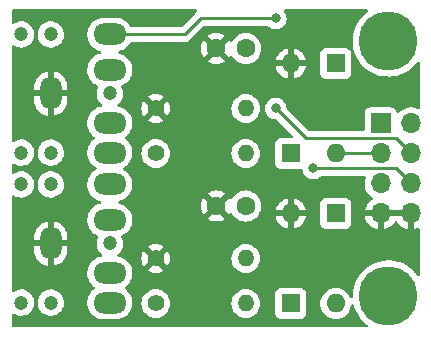
<source format=gbl>
%TF.GenerationSoftware,KiCad,Pcbnew,(6.0.1)*%
%TF.CreationDate,2022-09-24T07:34:31-04:00*%
%TF.ProjectId,SCF-2,5343462d-322e-46b6-9963-61645f706362,1*%
%TF.SameCoordinates,Original*%
%TF.FileFunction,Copper,L2,Bot*%
%TF.FilePolarity,Positive*%
%FSLAX46Y46*%
G04 Gerber Fmt 4.6, Leading zero omitted, Abs format (unit mm)*
G04 Created by KiCad (PCBNEW (6.0.1)) date 2022-09-24 07:34:31*
%MOMM*%
%LPD*%
G01*
G04 APERTURE LIST*
%TA.AperFunction,ComponentPad*%
%ADD10C,1.200000*%
%TD*%
%TA.AperFunction,ComponentPad*%
%ADD11O,2.800000X1.800000*%
%TD*%
%TA.AperFunction,ComponentPad*%
%ADD12O,1.800000X2.800000*%
%TD*%
%TA.AperFunction,ComponentPad*%
%ADD13R,1.700000X1.700000*%
%TD*%
%TA.AperFunction,ComponentPad*%
%ADD14O,1.700000X1.700000*%
%TD*%
%TA.AperFunction,ComponentPad*%
%ADD15R,1.600000X1.600000*%
%TD*%
%TA.AperFunction,ComponentPad*%
%ADD16O,1.600000X1.600000*%
%TD*%
%TA.AperFunction,ComponentPad*%
%ADD17C,1.400000*%
%TD*%
%TA.AperFunction,ComponentPad*%
%ADD18O,1.400000X1.400000*%
%TD*%
%TA.AperFunction,ComponentPad*%
%ADD19C,1.600000*%
%TD*%
%TA.AperFunction,ComponentPad*%
%ADD20C,5.000000*%
%TD*%
%TA.AperFunction,ViaPad*%
%ADD21C,0.800000*%
%TD*%
%TA.AperFunction,Conductor*%
%ADD22C,0.250000*%
%TD*%
G04 APERTURE END LIST*
D10*
%TO.P,J1,90*%
%TO.N,N/C*%
X109260000Y-38020000D03*
X116760000Y-33020000D03*
X111760000Y-38020000D03*
X111760000Y-28020000D03*
X109260000Y-28020000D03*
D11*
%TO.P,J1,R*%
%TO.N,/VS1*%
X116760000Y-28020000D03*
%TO.P,J1,RN*%
%TO.N,N/C*%
X116760000Y-31020000D03*
D12*
%TO.P,J1,S*%
%TO.N,GND*%
X111760000Y-33020000D03*
D11*
%TO.P,J1,T*%
%TO.N,Net-(J1-PadT)*%
X116760000Y-38020000D03*
%TO.P,J1,TN*%
%TO.N,N/C*%
X116760000Y-35520000D03*
%TD*%
D13*
%TO.P,J3,1,Pin_1*%
%TO.N,VCC*%
X139700000Y-35560000D03*
D14*
%TO.P,J3,2,Pin_2*%
X142240000Y-35560000D03*
%TO.P,J3,3,Pin_3*%
%TO.N,/VP1*%
X139700000Y-38100000D03*
%TO.P,J3,4,Pin_4*%
%TO.N,/VS1*%
X142240000Y-38100000D03*
%TO.P,J3,5,Pin_5*%
%TO.N,/VP2*%
X139700000Y-40640000D03*
%TO.P,J3,6,Pin_6*%
%TO.N,/VS2*%
X142240000Y-40640000D03*
%TO.P,J3,7,Pin_7*%
%TO.N,GND*%
X139700000Y-43180000D03*
%TO.P,J3,8,Pin_8*%
X142240000Y-43180000D03*
%TD*%
D15*
%TO.P,D2,1,K*%
%TO.N,VCC*%
X135890000Y-43180000D03*
D16*
%TO.P,D2,2,A*%
%TO.N,/VP2*%
X135890000Y-50800000D03*
%TD*%
D17*
%TO.P,R1,1*%
%TO.N,Net-(J1-PadT)*%
X120650000Y-38100000D03*
D18*
%TO.P,R1,2*%
%TO.N,/VP1*%
X128270000Y-38100000D03*
%TD*%
D19*
%TO.P,C1,1*%
%TO.N,/VP1*%
X128270000Y-29210000D03*
%TO.P,C1,2*%
%TO.N,GND*%
X125770000Y-29210000D03*
%TD*%
D20*
%TO.P,H1,1*%
%TO.N,N/C*%
X140335000Y-50165000D03*
%TD*%
D15*
%TO.P,D1,1,K*%
%TO.N,VCC*%
X135890000Y-30480000D03*
D16*
%TO.P,D1,2,A*%
%TO.N,/VP1*%
X135890000Y-38100000D03*
%TD*%
D17*
%TO.P,R2,1*%
%TO.N,Net-(J2-PadT)*%
X120650000Y-50800000D03*
D18*
%TO.P,R2,2*%
%TO.N,/VP2*%
X128270000Y-50800000D03*
%TD*%
D15*
%TO.P,D3,1,K*%
%TO.N,/VP1*%
X132080000Y-38100000D03*
D16*
%TO.P,D3,2,A*%
%TO.N,GND*%
X132080000Y-30480000D03*
%TD*%
D10*
%TO.P,J2,90*%
%TO.N,N/C*%
X109260000Y-50720000D03*
X109260000Y-40720000D03*
X116760000Y-45720000D03*
X111760000Y-40720000D03*
X111760000Y-50720000D03*
D11*
%TO.P,J2,R*%
%TO.N,/VS2*%
X116760000Y-40720000D03*
%TO.P,J2,RN*%
%TO.N,N/C*%
X116760000Y-43720000D03*
D12*
%TO.P,J2,S*%
%TO.N,GND*%
X111760000Y-45720000D03*
D11*
%TO.P,J2,T*%
%TO.N,Net-(J2-PadT)*%
X116760000Y-50720000D03*
%TO.P,J2,TN*%
%TO.N,N/C*%
X116760000Y-48220000D03*
%TD*%
D19*
%TO.P,C2,1*%
%TO.N,/VP2*%
X128270000Y-42545000D03*
%TO.P,C2,2*%
%TO.N,GND*%
X125770000Y-42545000D03*
%TD*%
D17*
%TO.P,R3,1*%
%TO.N,GND*%
X120650000Y-34290000D03*
D18*
%TO.P,R3,2*%
%TO.N,/VP1*%
X128270000Y-34290000D03*
%TD*%
D20*
%TO.P,H2,1*%
%TO.N,N/C*%
X140335000Y-28575000D03*
%TD*%
D17*
%TO.P,R4,1*%
%TO.N,GND*%
X120650000Y-46990000D03*
D18*
%TO.P,R4,2*%
%TO.N,/VP2*%
X128270000Y-46990000D03*
%TD*%
D15*
%TO.P,D4,1,K*%
%TO.N,/VP2*%
X132080000Y-50800000D03*
D16*
%TO.P,D4,2,A*%
%TO.N,GND*%
X132080000Y-43180000D03*
%TD*%
D21*
%TO.N,/VS1*%
X130810000Y-26670000D03*
X130810000Y-34290000D03*
%TO.N,/VS2*%
X133985000Y-39370000D03*
%TD*%
D22*
%TO.N,/VP1*%
X135890000Y-38100000D02*
X139700000Y-38100000D01*
%TO.N,/VS1*%
X123110000Y-28020000D02*
X124460000Y-26670000D01*
X124460000Y-26670000D02*
X130810000Y-26670000D01*
X140970000Y-36830000D02*
X142240000Y-38100000D01*
X130810000Y-34290000D02*
X133350000Y-36830000D01*
X133350000Y-36830000D02*
X140970000Y-36830000D01*
X116760000Y-28020000D02*
X123110000Y-28020000D01*
%TO.N,/VS2*%
X140970000Y-39370000D02*
X142240000Y-40640000D01*
X133985000Y-39370000D02*
X140970000Y-39370000D01*
%TD*%
%TA.AperFunction,Conductor*%
%TO.N,GND*%
G36*
X124111362Y-25928002D02*
G01*
X124157855Y-25981658D01*
X124167959Y-26051932D01*
X124138465Y-26116512D01*
X124117264Y-26135963D01*
X124116586Y-26136456D01*
X124106707Y-26142943D01*
X124088019Y-26153995D01*
X124068637Y-26165458D01*
X124054313Y-26179782D01*
X124039281Y-26192621D01*
X124022893Y-26204528D01*
X123994712Y-26238593D01*
X123986722Y-26247373D01*
X122884500Y-27349595D01*
X122822188Y-27383621D01*
X122795405Y-27386500D01*
X118594082Y-27386500D01*
X118525961Y-27366498D01*
X118486363Y-27325865D01*
X118404939Y-27191682D01*
X118404934Y-27191675D01*
X118402168Y-27187117D01*
X118312103Y-27083326D01*
X118249007Y-27010614D01*
X118249005Y-27010612D01*
X118245507Y-27006581D01*
X118241381Y-27003198D01*
X118241377Y-27003194D01*
X118064795Y-26858407D01*
X118060667Y-26855022D01*
X118056031Y-26852383D01*
X118056028Y-26852381D01*
X117857577Y-26739416D01*
X117852934Y-26736773D01*
X117628247Y-26655216D01*
X117622998Y-26654267D01*
X117622995Y-26654266D01*
X117397115Y-26613420D01*
X117397107Y-26613419D01*
X117393031Y-26612682D01*
X117374641Y-26611815D01*
X117369456Y-26611570D01*
X117369449Y-26611570D01*
X117367968Y-26611500D01*
X116199988Y-26611500D01*
X116021825Y-26626617D01*
X116016661Y-26627957D01*
X116016657Y-26627958D01*
X115795625Y-26685327D01*
X115795620Y-26685329D01*
X115790460Y-26686668D01*
X115785594Y-26688860D01*
X115577381Y-26782653D01*
X115577378Y-26782654D01*
X115572520Y-26784843D01*
X115374238Y-26918334D01*
X115370381Y-26922013D01*
X115370379Y-26922015D01*
X115338323Y-26952595D01*
X115201282Y-27083326D01*
X115198099Y-27087603D01*
X115198099Y-27087604D01*
X115174470Y-27119363D01*
X115058598Y-27275100D01*
X115056182Y-27279851D01*
X115056180Y-27279855D01*
X114990447Y-27409144D01*
X114950267Y-27488172D01*
X114922645Y-27577128D01*
X114880968Y-27711349D01*
X114880967Y-27711355D01*
X114879384Y-27716452D01*
X114865278Y-27822880D01*
X114852621Y-27918375D01*
X114847977Y-27953411D01*
X114856945Y-28192274D01*
X114874128Y-28274169D01*
X114899871Y-28396856D01*
X114906030Y-28426211D01*
X114993829Y-28648533D01*
X115117832Y-28852883D01*
X115121329Y-28856913D01*
X115244055Y-28998342D01*
X115274493Y-29033419D01*
X115278619Y-29036802D01*
X115278623Y-29036806D01*
X115298527Y-29053126D01*
X115459333Y-29184978D01*
X115463969Y-29187617D01*
X115463972Y-29187619D01*
X115570942Y-29248510D01*
X115667066Y-29303227D01*
X115891753Y-29384784D01*
X115897002Y-29385733D01*
X115897005Y-29385734D01*
X115953628Y-29395973D01*
X116017102Y-29427778D01*
X116053306Y-29488850D01*
X116050743Y-29559800D01*
X116010229Y-29618102D01*
X115962861Y-29641921D01*
X115795628Y-29685326D01*
X115795621Y-29685328D01*
X115790460Y-29686668D01*
X115785594Y-29688860D01*
X115577381Y-29782653D01*
X115577378Y-29782654D01*
X115572520Y-29784843D01*
X115374238Y-29918334D01*
X115370381Y-29922013D01*
X115370379Y-29922015D01*
X115360516Y-29931424D01*
X115201282Y-30083326D01*
X115058598Y-30275100D01*
X115056182Y-30279851D01*
X115056180Y-30279855D01*
X115009442Y-30371783D01*
X114950267Y-30488172D01*
X114939603Y-30522517D01*
X114880968Y-30711349D01*
X114880967Y-30711355D01*
X114879384Y-30716452D01*
X114874739Y-30751497D01*
X114850543Y-30934053D01*
X114847977Y-30953411D01*
X114856945Y-31192274D01*
X114858040Y-31197492D01*
X114904931Y-31420972D01*
X114906030Y-31426211D01*
X114993829Y-31648533D01*
X115117832Y-31852883D01*
X115121329Y-31856913D01*
X115211090Y-31960353D01*
X115274493Y-32033419D01*
X115278619Y-32036802D01*
X115278623Y-32036806D01*
X115289545Y-32045761D01*
X115459333Y-32184978D01*
X115463969Y-32187617D01*
X115463972Y-32187619D01*
X115577386Y-32252178D01*
X115667066Y-32303227D01*
X115672086Y-32305049D01*
X115672090Y-32305051D01*
X115713834Y-32320203D01*
X115771043Y-32362247D01*
X115796439Y-32428546D01*
X115782352Y-32497309D01*
X115731492Y-32593978D01*
X115671078Y-32788543D01*
X115647132Y-32990859D01*
X115660457Y-33194151D01*
X115710605Y-33391610D01*
X115795898Y-33576624D01*
X115913479Y-33742997D01*
X116059410Y-33885157D01*
X116077127Y-33896995D01*
X116122654Y-33951471D01*
X116131503Y-34021914D01*
X116100862Y-34085959D01*
X116040460Y-34123270D01*
X116028353Y-34125959D01*
X116027144Y-34126166D01*
X116021825Y-34126617D01*
X115915299Y-34154266D01*
X115795625Y-34185327D01*
X115795620Y-34185329D01*
X115790460Y-34186668D01*
X115785594Y-34188860D01*
X115577381Y-34282653D01*
X115577378Y-34282654D01*
X115572520Y-34284843D01*
X115568096Y-34287822D01*
X115568095Y-34287822D01*
X115560456Y-34292965D01*
X115374238Y-34418334D01*
X115370381Y-34422013D01*
X115370379Y-34422015D01*
X115327107Y-34463295D01*
X115201282Y-34583326D01*
X115058598Y-34775100D01*
X115056182Y-34779851D01*
X115056180Y-34779855D01*
X114960083Y-34968866D01*
X114950267Y-34988172D01*
X114920573Y-35083803D01*
X114880968Y-35211349D01*
X114880967Y-35211355D01*
X114879384Y-35216452D01*
X114878683Y-35221744D01*
X114850960Y-35430907D01*
X114847977Y-35453411D01*
X114856945Y-35692274D01*
X114906030Y-35926211D01*
X114993829Y-36148533D01*
X115117832Y-36352883D01*
X115121329Y-36356913D01*
X115211090Y-36460353D01*
X115274493Y-36533419D01*
X115278624Y-36536806D01*
X115446290Y-36674284D01*
X115486285Y-36732944D01*
X115488216Y-36803914D01*
X115451472Y-36864662D01*
X115436768Y-36876236D01*
X115374238Y-36918334D01*
X115370381Y-36922013D01*
X115370379Y-36922015D01*
X115303694Y-36985630D01*
X115201282Y-37083326D01*
X115198099Y-37087603D01*
X115198099Y-37087604D01*
X115174470Y-37119363D01*
X115058598Y-37275100D01*
X115056182Y-37279851D01*
X115056180Y-37279855D01*
X114957022Y-37474886D01*
X114950267Y-37488172D01*
X114919002Y-37588862D01*
X114880968Y-37711349D01*
X114880967Y-37711355D01*
X114879384Y-37716452D01*
X114865278Y-37822880D01*
X114858053Y-37877393D01*
X114847977Y-37953411D01*
X114856945Y-38192274D01*
X114858040Y-38197492D01*
X114899871Y-38396856D01*
X114906030Y-38426211D01*
X114993829Y-38648533D01*
X115117832Y-38852883D01*
X115121329Y-38856913D01*
X115270920Y-39029301D01*
X115274493Y-39033419D01*
X115278619Y-39036802D01*
X115278623Y-39036806D01*
X115298527Y-39053126D01*
X115459333Y-39184978D01*
X115463969Y-39187617D01*
X115463972Y-39187619D01*
X115588032Y-39258238D01*
X115637339Y-39309321D01*
X115651200Y-39378951D01*
X115625217Y-39445022D01*
X115581641Y-39479322D01*
X115582049Y-39480055D01*
X115577476Y-39482600D01*
X115577446Y-39482624D01*
X115577381Y-39482653D01*
X115577378Y-39482654D01*
X115572520Y-39484843D01*
X115374238Y-39618334D01*
X115370381Y-39622013D01*
X115370379Y-39622015D01*
X115338323Y-39652595D01*
X115201282Y-39783326D01*
X115198099Y-39787603D01*
X115198099Y-39787604D01*
X115174470Y-39819363D01*
X115058598Y-39975100D01*
X115056182Y-39979851D01*
X115056180Y-39979855D01*
X115019121Y-40052745D01*
X114950267Y-40188172D01*
X114922645Y-40277128D01*
X114880968Y-40411349D01*
X114880967Y-40411355D01*
X114879384Y-40416452D01*
X114847977Y-40653411D01*
X114856945Y-40892274D01*
X114858040Y-40897492D01*
X114899871Y-41096856D01*
X114906030Y-41126211D01*
X114993829Y-41348533D01*
X115117832Y-41552883D01*
X115121329Y-41556913D01*
X115244055Y-41698342D01*
X115274493Y-41733419D01*
X115278619Y-41736802D01*
X115278623Y-41736806D01*
X115403133Y-41838897D01*
X115459333Y-41884978D01*
X115463969Y-41887617D01*
X115463972Y-41887619D01*
X115570942Y-41948510D01*
X115667066Y-42003227D01*
X115891753Y-42084784D01*
X115897002Y-42085733D01*
X115897005Y-42085734D01*
X115953628Y-42095973D01*
X116017102Y-42127778D01*
X116053306Y-42188850D01*
X116050743Y-42259800D01*
X116010229Y-42318102D01*
X115962861Y-42341921D01*
X115795628Y-42385326D01*
X115795621Y-42385328D01*
X115790460Y-42386668D01*
X115785594Y-42388860D01*
X115577381Y-42482653D01*
X115577378Y-42482654D01*
X115572520Y-42484843D01*
X115374238Y-42618334D01*
X115201282Y-42783326D01*
X115058598Y-42975100D01*
X115056182Y-42979851D01*
X115056180Y-42979855D01*
X115046332Y-42999225D01*
X114950267Y-43188172D01*
X114928830Y-43257211D01*
X114880968Y-43411349D01*
X114880967Y-43411355D01*
X114879384Y-43416452D01*
X114875207Y-43447966D01*
X114849347Y-43643077D01*
X114847977Y-43653411D01*
X114856945Y-43892274D01*
X114858040Y-43897492D01*
X114883033Y-44016606D01*
X114906030Y-44126211D01*
X114993829Y-44348533D01*
X115117832Y-44552883D01*
X115121329Y-44556913D01*
X115211090Y-44660353D01*
X115274493Y-44733419D01*
X115278619Y-44736802D01*
X115278623Y-44736806D01*
X115289545Y-44745761D01*
X115459333Y-44884978D01*
X115463969Y-44887617D01*
X115463972Y-44887619D01*
X115577386Y-44952178D01*
X115667066Y-45003227D01*
X115672086Y-45005049D01*
X115672090Y-45005051D01*
X115713834Y-45020203D01*
X115771043Y-45062247D01*
X115796439Y-45128546D01*
X115782352Y-45197309D01*
X115731492Y-45293978D01*
X115671078Y-45488543D01*
X115647132Y-45690859D01*
X115660457Y-45894151D01*
X115710605Y-46091610D01*
X115795898Y-46276624D01*
X115913479Y-46442997D01*
X116059410Y-46585157D01*
X116077127Y-46596995D01*
X116122654Y-46651471D01*
X116131503Y-46721914D01*
X116100862Y-46785959D01*
X116040460Y-46823270D01*
X116028353Y-46825959D01*
X116027144Y-46826166D01*
X116021825Y-46826617D01*
X115915299Y-46854266D01*
X115795625Y-46885327D01*
X115795620Y-46885329D01*
X115790460Y-46886668D01*
X115785594Y-46888860D01*
X115577381Y-46982653D01*
X115577378Y-46982654D01*
X115572520Y-46984843D01*
X115568096Y-46987822D01*
X115568095Y-46987822D01*
X115560456Y-46992965D01*
X115374238Y-47118334D01*
X115370381Y-47122013D01*
X115370379Y-47122015D01*
X115336426Y-47154405D01*
X115201282Y-47283326D01*
X115058598Y-47475100D01*
X115056182Y-47479851D01*
X115056180Y-47479855D01*
X114978177Y-47633276D01*
X114950267Y-47688172D01*
X114944546Y-47706597D01*
X114880968Y-47911349D01*
X114880967Y-47911355D01*
X114879384Y-47916452D01*
X114877849Y-47928037D01*
X114850960Y-48130907D01*
X114847977Y-48153411D01*
X114848177Y-48158740D01*
X114848177Y-48158741D01*
X114848785Y-48174929D01*
X114856945Y-48392274D01*
X114906030Y-48626211D01*
X114993829Y-48848533D01*
X115117832Y-49052883D01*
X115121329Y-49056913D01*
X115211090Y-49160353D01*
X115274493Y-49233419D01*
X115278624Y-49236806D01*
X115446290Y-49374284D01*
X115486285Y-49432944D01*
X115488216Y-49503914D01*
X115451472Y-49564662D01*
X115436768Y-49576236D01*
X115374238Y-49618334D01*
X115370381Y-49622013D01*
X115370379Y-49622015D01*
X115327964Y-49662477D01*
X115201282Y-49783326D01*
X115198099Y-49787603D01*
X115198099Y-49787604D01*
X115174470Y-49819363D01*
X115058598Y-49975100D01*
X115056182Y-49979851D01*
X115056180Y-49979855D01*
X115012016Y-50066720D01*
X114950267Y-50188172D01*
X114924960Y-50269675D01*
X114880968Y-50411349D01*
X114880967Y-50411355D01*
X114879384Y-50416452D01*
X114865278Y-50522880D01*
X114858053Y-50577393D01*
X114847977Y-50653411D01*
X114856945Y-50892274D01*
X114858040Y-50897492D01*
X114899871Y-51096856D01*
X114906030Y-51126211D01*
X114993829Y-51348533D01*
X115117832Y-51552883D01*
X115121329Y-51556913D01*
X115270920Y-51729301D01*
X115274493Y-51733419D01*
X115278619Y-51736802D01*
X115278623Y-51736806D01*
X115367106Y-51809357D01*
X115459333Y-51884978D01*
X115463969Y-51887617D01*
X115463972Y-51887619D01*
X115596856Y-51963261D01*
X115667066Y-52003227D01*
X115891753Y-52084784D01*
X115897002Y-52085733D01*
X115897005Y-52085734D01*
X116122885Y-52126580D01*
X116122893Y-52126581D01*
X116126969Y-52127318D01*
X116145359Y-52128185D01*
X116150544Y-52128430D01*
X116150551Y-52128430D01*
X116152032Y-52128500D01*
X117320012Y-52128500D01*
X117498175Y-52113383D01*
X117503339Y-52112043D01*
X117503343Y-52112042D01*
X117724375Y-52054673D01*
X117724380Y-52054671D01*
X117729540Y-52053332D01*
X117818816Y-52013116D01*
X117942619Y-51957347D01*
X117942622Y-51957346D01*
X117947480Y-51955157D01*
X118145762Y-51821666D01*
X118318718Y-51656674D01*
X118461402Y-51464900D01*
X118465547Y-51456749D01*
X118567314Y-51256586D01*
X118567314Y-51256585D01*
X118569733Y-51251828D01*
X118617853Y-51096856D01*
X118639032Y-51028651D01*
X118639033Y-51028645D01*
X118640616Y-51023548D01*
X118669520Y-50805475D01*
X118670246Y-50800000D01*
X119436884Y-50800000D01*
X119455314Y-51010655D01*
X119456738Y-51015968D01*
X119456738Y-51015970D01*
X119500112Y-51177842D01*
X119510044Y-51214910D01*
X119512366Y-51219891D01*
X119512367Y-51219892D01*
X119575368Y-51354997D01*
X119599411Y-51406558D01*
X119720699Y-51579776D01*
X119870224Y-51729301D01*
X120043442Y-51850589D01*
X120048420Y-51852910D01*
X120048423Y-51852912D01*
X120174544Y-51911723D01*
X120235090Y-51939956D01*
X120240398Y-51941378D01*
X120240400Y-51941379D01*
X120434030Y-51993262D01*
X120434032Y-51993262D01*
X120439345Y-51994686D01*
X120650000Y-52013116D01*
X120860655Y-51994686D01*
X120865968Y-51993262D01*
X120865970Y-51993262D01*
X121059600Y-51941379D01*
X121059602Y-51941378D01*
X121064910Y-51939956D01*
X121125456Y-51911723D01*
X121251577Y-51852912D01*
X121251580Y-51852910D01*
X121256558Y-51850589D01*
X121429776Y-51729301D01*
X121579301Y-51579776D01*
X121700589Y-51406558D01*
X121724633Y-51354997D01*
X121787633Y-51219892D01*
X121787634Y-51219891D01*
X121789956Y-51214910D01*
X121799889Y-51177842D01*
X121843262Y-51015970D01*
X121843262Y-51015968D01*
X121844686Y-51010655D01*
X121863116Y-50800000D01*
X127056884Y-50800000D01*
X127075314Y-51010655D01*
X127076738Y-51015968D01*
X127076738Y-51015970D01*
X127120112Y-51177842D01*
X127130044Y-51214910D01*
X127132366Y-51219891D01*
X127132367Y-51219892D01*
X127195368Y-51354997D01*
X127219411Y-51406558D01*
X127340699Y-51579776D01*
X127490224Y-51729301D01*
X127663442Y-51850589D01*
X127668420Y-51852910D01*
X127668423Y-51852912D01*
X127794544Y-51911723D01*
X127855090Y-51939956D01*
X127860398Y-51941378D01*
X127860400Y-51941379D01*
X128054030Y-51993262D01*
X128054032Y-51993262D01*
X128059345Y-51994686D01*
X128270000Y-52013116D01*
X128480655Y-51994686D01*
X128485968Y-51993262D01*
X128485970Y-51993262D01*
X128679600Y-51941379D01*
X128679602Y-51941378D01*
X128684910Y-51939956D01*
X128745456Y-51911723D01*
X128871577Y-51852912D01*
X128871580Y-51852910D01*
X128876558Y-51850589D01*
X129049776Y-51729301D01*
X129130943Y-51648134D01*
X130771500Y-51648134D01*
X130778255Y-51710316D01*
X130829385Y-51846705D01*
X130916739Y-51963261D01*
X131033295Y-52050615D01*
X131169684Y-52101745D01*
X131231866Y-52108500D01*
X132928134Y-52108500D01*
X132990316Y-52101745D01*
X133126705Y-52050615D01*
X133243261Y-51963261D01*
X133330615Y-51846705D01*
X133381745Y-51710316D01*
X133388500Y-51648134D01*
X133388500Y-49951866D01*
X133381745Y-49889684D01*
X133330615Y-49753295D01*
X133243261Y-49636739D01*
X133126705Y-49549385D01*
X132990316Y-49498255D01*
X132928134Y-49491500D01*
X131231866Y-49491500D01*
X131169684Y-49498255D01*
X131033295Y-49549385D01*
X130916739Y-49636739D01*
X130829385Y-49753295D01*
X130778255Y-49889684D01*
X130771500Y-49951866D01*
X130771500Y-51648134D01*
X129130943Y-51648134D01*
X129199301Y-51579776D01*
X129320589Y-51406558D01*
X129344633Y-51354997D01*
X129407633Y-51219892D01*
X129407634Y-51219891D01*
X129409956Y-51214910D01*
X129419889Y-51177842D01*
X129463262Y-51015970D01*
X129463262Y-51015968D01*
X129464686Y-51010655D01*
X129483116Y-50800000D01*
X129464686Y-50589345D01*
X129463262Y-50584030D01*
X129411379Y-50390400D01*
X129411378Y-50390398D01*
X129409956Y-50385090D01*
X129407633Y-50380108D01*
X129322912Y-50198423D01*
X129322910Y-50198420D01*
X129320589Y-50193442D01*
X129199301Y-50020224D01*
X129049776Y-49870699D01*
X128876558Y-49749411D01*
X128871580Y-49747090D01*
X128871577Y-49747088D01*
X128689892Y-49662367D01*
X128689891Y-49662366D01*
X128684910Y-49660044D01*
X128679602Y-49658622D01*
X128679600Y-49658621D01*
X128485970Y-49606738D01*
X128485968Y-49606738D01*
X128480655Y-49605314D01*
X128270000Y-49586884D01*
X128059345Y-49605314D01*
X128054032Y-49606738D01*
X128054030Y-49606738D01*
X127860400Y-49658621D01*
X127860398Y-49658622D01*
X127855090Y-49660044D01*
X127850109Y-49662366D01*
X127850108Y-49662367D01*
X127668423Y-49747088D01*
X127668420Y-49747090D01*
X127663442Y-49749411D01*
X127490224Y-49870699D01*
X127340699Y-50020224D01*
X127219411Y-50193442D01*
X127217090Y-50198420D01*
X127217088Y-50198423D01*
X127132367Y-50380108D01*
X127130044Y-50385090D01*
X127128622Y-50390398D01*
X127128621Y-50390400D01*
X127076738Y-50584030D01*
X127075314Y-50589345D01*
X127056884Y-50800000D01*
X121863116Y-50800000D01*
X121844686Y-50589345D01*
X121843262Y-50584030D01*
X121791379Y-50390400D01*
X121791378Y-50390398D01*
X121789956Y-50385090D01*
X121787633Y-50380108D01*
X121702912Y-50198423D01*
X121702910Y-50198420D01*
X121700589Y-50193442D01*
X121579301Y-50020224D01*
X121429776Y-49870699D01*
X121256558Y-49749411D01*
X121251580Y-49747090D01*
X121251577Y-49747088D01*
X121069892Y-49662367D01*
X121069891Y-49662366D01*
X121064910Y-49660044D01*
X121059602Y-49658622D01*
X121059600Y-49658621D01*
X120865970Y-49606738D01*
X120865968Y-49606738D01*
X120860655Y-49605314D01*
X120650000Y-49586884D01*
X120439345Y-49605314D01*
X120434032Y-49606738D01*
X120434030Y-49606738D01*
X120240400Y-49658621D01*
X120240398Y-49658622D01*
X120235090Y-49660044D01*
X120230109Y-49662366D01*
X120230108Y-49662367D01*
X120048423Y-49747088D01*
X120048420Y-49747090D01*
X120043442Y-49749411D01*
X119870224Y-49870699D01*
X119720699Y-50020224D01*
X119599411Y-50193442D01*
X119597090Y-50198420D01*
X119597088Y-50198423D01*
X119512367Y-50380108D01*
X119510044Y-50385090D01*
X119508622Y-50390398D01*
X119508621Y-50390400D01*
X119456738Y-50584030D01*
X119455314Y-50589345D01*
X119436884Y-50800000D01*
X118670246Y-50800000D01*
X118671323Y-50791873D01*
X118671323Y-50791869D01*
X118672023Y-50786589D01*
X118671711Y-50778263D01*
X118667023Y-50653411D01*
X118663055Y-50547726D01*
X118630045Y-50390400D01*
X118615067Y-50319016D01*
X118615066Y-50319013D01*
X118613970Y-50313789D01*
X118526171Y-50091467D01*
X118402168Y-49887117D01*
X118321292Y-49793915D01*
X118249007Y-49710614D01*
X118249005Y-49710612D01*
X118245507Y-49706581D01*
X118178292Y-49651468D01*
X118073710Y-49565716D01*
X118033715Y-49507056D01*
X118031784Y-49436086D01*
X118068528Y-49375338D01*
X118083234Y-49363762D01*
X118141336Y-49324646D01*
X118141338Y-49324644D01*
X118145762Y-49321666D01*
X118318718Y-49156674D01*
X118461402Y-48964900D01*
X118561312Y-48768392D01*
X118567314Y-48756586D01*
X118567314Y-48756585D01*
X118569733Y-48751828D01*
X118610361Y-48620984D01*
X118639032Y-48528651D01*
X118639033Y-48528645D01*
X118640616Y-48523548D01*
X118658722Y-48386943D01*
X118671323Y-48291873D01*
X118671323Y-48291869D01*
X118672023Y-48286589D01*
X118667724Y-48172071D01*
X118663255Y-48053054D01*
X118663055Y-48047726D01*
X118653935Y-48004261D01*
X120000294Y-48004261D01*
X120009590Y-48016276D01*
X120039189Y-48037001D01*
X120048677Y-48042479D01*
X120230277Y-48127159D01*
X120240571Y-48130907D01*
X120434122Y-48182769D01*
X120444909Y-48184671D01*
X120644525Y-48202135D01*
X120655475Y-48202135D01*
X120855091Y-48184671D01*
X120865878Y-48182769D01*
X121059429Y-48130907D01*
X121069723Y-48127159D01*
X121251323Y-48042479D01*
X121260811Y-48037001D01*
X121291248Y-48015689D01*
X121299623Y-48005212D01*
X121292554Y-47991764D01*
X120662812Y-47362022D01*
X120648868Y-47354408D01*
X120647035Y-47354539D01*
X120640420Y-47358790D01*
X120006724Y-47992486D01*
X120000294Y-48004261D01*
X118653935Y-48004261D01*
X118635511Y-47916452D01*
X118615067Y-47819016D01*
X118615066Y-47819013D01*
X118613970Y-47813789D01*
X118526171Y-47591467D01*
X118402168Y-47387117D01*
X118312103Y-47283326D01*
X118249007Y-47210614D01*
X118249005Y-47210612D01*
X118245507Y-47206581D01*
X118241381Y-47203198D01*
X118241377Y-47203194D01*
X118064795Y-47058407D01*
X118060667Y-47055022D01*
X118056031Y-47052383D01*
X118056028Y-47052381D01*
X117956059Y-46995475D01*
X119437865Y-46995475D01*
X119455329Y-47195091D01*
X119457231Y-47205878D01*
X119509093Y-47399429D01*
X119512841Y-47409723D01*
X119597521Y-47591323D01*
X119602999Y-47600811D01*
X119624311Y-47631248D01*
X119634788Y-47639623D01*
X119648236Y-47632554D01*
X120277978Y-47002812D01*
X120284356Y-46991132D01*
X121014408Y-46991132D01*
X121014539Y-46992965D01*
X121018790Y-46999580D01*
X121652486Y-47633276D01*
X121664261Y-47639706D01*
X121676276Y-47630410D01*
X121697001Y-47600811D01*
X121702479Y-47591323D01*
X121787159Y-47409723D01*
X121790907Y-47399429D01*
X121842769Y-47205878D01*
X121844671Y-47195091D01*
X121862135Y-46995475D01*
X121862135Y-46990000D01*
X127056884Y-46990000D01*
X127075314Y-47200655D01*
X127076738Y-47205968D01*
X127076738Y-47205970D01*
X127124197Y-47383087D01*
X127130044Y-47404910D01*
X127132366Y-47409891D01*
X127132367Y-47409892D01*
X127215086Y-47587282D01*
X127219411Y-47596558D01*
X127340699Y-47769776D01*
X127490224Y-47919301D01*
X127663442Y-48040589D01*
X127668420Y-48042910D01*
X127668423Y-48042912D01*
X127678747Y-48047726D01*
X127855090Y-48129956D01*
X127860398Y-48131378D01*
X127860400Y-48131379D01*
X128054030Y-48183262D01*
X128054032Y-48183262D01*
X128059345Y-48184686D01*
X128270000Y-48203116D01*
X128480655Y-48184686D01*
X128485968Y-48183262D01*
X128485970Y-48183262D01*
X128679600Y-48131379D01*
X128679602Y-48131378D01*
X128684910Y-48129956D01*
X128861253Y-48047726D01*
X128871577Y-48042912D01*
X128871580Y-48042910D01*
X128876558Y-48040589D01*
X129049776Y-47919301D01*
X129199301Y-47769776D01*
X129320589Y-47596558D01*
X129324915Y-47587282D01*
X129407633Y-47409892D01*
X129407634Y-47409891D01*
X129409956Y-47404910D01*
X129415804Y-47383087D01*
X129463262Y-47205970D01*
X129463262Y-47205968D01*
X129464686Y-47200655D01*
X129483116Y-46990000D01*
X129464686Y-46779345D01*
X129453132Y-46736224D01*
X129411379Y-46580400D01*
X129411378Y-46580398D01*
X129409956Y-46575090D01*
X129378292Y-46507186D01*
X129322912Y-46388423D01*
X129322910Y-46388420D01*
X129320589Y-46383442D01*
X129199301Y-46210224D01*
X129049776Y-46060699D01*
X128876558Y-45939411D01*
X128871580Y-45937090D01*
X128871577Y-45937088D01*
X128689892Y-45852367D01*
X128689891Y-45852366D01*
X128684910Y-45850044D01*
X128679602Y-45848622D01*
X128679600Y-45848621D01*
X128485970Y-45796738D01*
X128485968Y-45796738D01*
X128480655Y-45795314D01*
X128270000Y-45776884D01*
X128059345Y-45795314D01*
X128054032Y-45796738D01*
X128054030Y-45796738D01*
X127860400Y-45848621D01*
X127860398Y-45848622D01*
X127855090Y-45850044D01*
X127850109Y-45852366D01*
X127850108Y-45852367D01*
X127668423Y-45937088D01*
X127668420Y-45937090D01*
X127663442Y-45939411D01*
X127490224Y-46060699D01*
X127340699Y-46210224D01*
X127219411Y-46383442D01*
X127217090Y-46388420D01*
X127217088Y-46388423D01*
X127161708Y-46507186D01*
X127130044Y-46575090D01*
X127128622Y-46580398D01*
X127128621Y-46580400D01*
X127086868Y-46736224D01*
X127075314Y-46779345D01*
X127056884Y-46990000D01*
X121862135Y-46990000D01*
X121862135Y-46984525D01*
X121844671Y-46784909D01*
X121842769Y-46774122D01*
X121790907Y-46580571D01*
X121787159Y-46570277D01*
X121702479Y-46388677D01*
X121697001Y-46379189D01*
X121675689Y-46348752D01*
X121665212Y-46340377D01*
X121651764Y-46347446D01*
X121022022Y-46977188D01*
X121014408Y-46991132D01*
X120284356Y-46991132D01*
X120285592Y-46988868D01*
X120285461Y-46987035D01*
X120281210Y-46980420D01*
X119647514Y-46346724D01*
X119635739Y-46340294D01*
X119623724Y-46349590D01*
X119602999Y-46379189D01*
X119597521Y-46388677D01*
X119512841Y-46570277D01*
X119509093Y-46580571D01*
X119457231Y-46774122D01*
X119455329Y-46784909D01*
X119437865Y-46984525D01*
X119437865Y-46995475D01*
X117956059Y-46995475D01*
X117857577Y-46939416D01*
X117852934Y-46936773D01*
X117628247Y-46855216D01*
X117622998Y-46854267D01*
X117622995Y-46854266D01*
X117483832Y-46829101D01*
X117420357Y-46797296D01*
X117384154Y-46736224D01*
X117386717Y-46665273D01*
X117425684Y-46608238D01*
X117439204Y-46596994D01*
X117547186Y-46507186D01*
X117677458Y-46350551D01*
X117777004Y-46172799D01*
X117778860Y-46167332D01*
X117778862Y-46167327D01*
X117840634Y-45985352D01*
X117840635Y-45985347D01*
X117842490Y-45979883D01*
X117843229Y-45974788D01*
X120000377Y-45974788D01*
X120007446Y-45988236D01*
X120637188Y-46617978D01*
X120651132Y-46625592D01*
X120652965Y-46625461D01*
X120659580Y-46621210D01*
X121293276Y-45987514D01*
X121299706Y-45975739D01*
X121290410Y-45963724D01*
X121260811Y-45942999D01*
X121251323Y-45937521D01*
X121069723Y-45852841D01*
X121059429Y-45849093D01*
X120865878Y-45797231D01*
X120855091Y-45795329D01*
X120655475Y-45777865D01*
X120644525Y-45777865D01*
X120444909Y-45795329D01*
X120434122Y-45797231D01*
X120240571Y-45849093D01*
X120230277Y-45852841D01*
X120048677Y-45937521D01*
X120039189Y-45942999D01*
X120008752Y-45964311D01*
X120000377Y-45974788D01*
X117843229Y-45974788D01*
X117871723Y-45778263D01*
X117873249Y-45720000D01*
X117854608Y-45517126D01*
X117840189Y-45466000D01*
X117800875Y-45326606D01*
X117800874Y-45326604D01*
X117799307Y-45321047D01*
X117788680Y-45299496D01*
X117736309Y-45193299D01*
X117724119Y-45123357D01*
X117751678Y-45057927D01*
X117797565Y-45022689D01*
X117942615Y-44957349D01*
X117942619Y-44957347D01*
X117947480Y-44955157D01*
X118145762Y-44821666D01*
X118318718Y-44656674D01*
X118461402Y-44464900D01*
X118467394Y-44453116D01*
X118567314Y-44256586D01*
X118567314Y-44256585D01*
X118569733Y-44251828D01*
X118610361Y-44120984D01*
X118639032Y-44028651D01*
X118639033Y-44028645D01*
X118640616Y-44023548D01*
X118664751Y-43841456D01*
X118671323Y-43791873D01*
X118671323Y-43791869D01*
X118672023Y-43786589D01*
X118671785Y-43780236D01*
X118667023Y-43653411D01*
X118666184Y-43631062D01*
X125048493Y-43631062D01*
X125057789Y-43643077D01*
X125108994Y-43678931D01*
X125118489Y-43684414D01*
X125315947Y-43776490D01*
X125326239Y-43780236D01*
X125536688Y-43836625D01*
X125547481Y-43838528D01*
X125764525Y-43857517D01*
X125775475Y-43857517D01*
X125992519Y-43838528D01*
X126003312Y-43836625D01*
X126213761Y-43780236D01*
X126224053Y-43776490D01*
X126421511Y-43684414D01*
X126431006Y-43678931D01*
X126483048Y-43642491D01*
X126491424Y-43632012D01*
X126484356Y-43618566D01*
X125782812Y-42917022D01*
X125768868Y-42909408D01*
X125767035Y-42909539D01*
X125760420Y-42913790D01*
X125054923Y-43619287D01*
X125048493Y-43631062D01*
X118666184Y-43631062D01*
X118663055Y-43547726D01*
X118640132Y-43438475D01*
X118615067Y-43319016D01*
X118615066Y-43319013D01*
X118613970Y-43313789D01*
X118526171Y-43091467D01*
X118402168Y-42887117D01*
X118312103Y-42783326D01*
X118249007Y-42710614D01*
X118249005Y-42710612D01*
X118245507Y-42706581D01*
X118241381Y-42703198D01*
X118241377Y-42703194D01*
X118064795Y-42558407D01*
X118060667Y-42555022D01*
X118056031Y-42552383D01*
X118056028Y-42552381D01*
X118052680Y-42550475D01*
X124457483Y-42550475D01*
X124476472Y-42767519D01*
X124478375Y-42778312D01*
X124534764Y-42988761D01*
X124538510Y-42999053D01*
X124630586Y-43196511D01*
X124636069Y-43206006D01*
X124672509Y-43258048D01*
X124682988Y-43266424D01*
X124696434Y-43259356D01*
X125397978Y-42557812D01*
X125404356Y-42546132D01*
X126134408Y-42546132D01*
X126134539Y-42547965D01*
X126138790Y-42554580D01*
X126844287Y-43260077D01*
X126856062Y-43266507D01*
X126868077Y-43257211D01*
X126903934Y-43206002D01*
X126910591Y-43194472D01*
X126961973Y-43145479D01*
X127031687Y-43132042D01*
X127097598Y-43158429D01*
X127128829Y-43194472D01*
X127130153Y-43196765D01*
X127132477Y-43201749D01*
X127263802Y-43389300D01*
X127425700Y-43551198D01*
X127430208Y-43554355D01*
X127430211Y-43554357D01*
X127484364Y-43592275D01*
X127613251Y-43682523D01*
X127618233Y-43684846D01*
X127618238Y-43684849D01*
X127814765Y-43776490D01*
X127820757Y-43779284D01*
X127826065Y-43780706D01*
X127826067Y-43780707D01*
X128036598Y-43837119D01*
X128036600Y-43837119D01*
X128041913Y-43838543D01*
X128270000Y-43858498D01*
X128498087Y-43838543D01*
X128503400Y-43837119D01*
X128503402Y-43837119D01*
X128713933Y-43780707D01*
X128713935Y-43780706D01*
X128719243Y-43779284D01*
X128725235Y-43776490D01*
X128921762Y-43684849D01*
X128921767Y-43684846D01*
X128926749Y-43682523D01*
X129055636Y-43592275D01*
X129109789Y-43554357D01*
X129109792Y-43554355D01*
X129114300Y-43551198D01*
X129218976Y-43446522D01*
X130797273Y-43446522D01*
X130844764Y-43623761D01*
X130848510Y-43634053D01*
X130940586Y-43831511D01*
X130946069Y-43841007D01*
X131071028Y-44019467D01*
X131078084Y-44027875D01*
X131232125Y-44181916D01*
X131240533Y-44188972D01*
X131418993Y-44313931D01*
X131428489Y-44319414D01*
X131625947Y-44411490D01*
X131636239Y-44415236D01*
X131808503Y-44461394D01*
X131822599Y-44461058D01*
X131826000Y-44453116D01*
X131826000Y-44447967D01*
X132334000Y-44447967D01*
X132337973Y-44461498D01*
X132346522Y-44462727D01*
X132523761Y-44415236D01*
X132534053Y-44411490D01*
X132731511Y-44319414D01*
X132741007Y-44313931D01*
X132919467Y-44188972D01*
X132927875Y-44181916D01*
X133081657Y-44028134D01*
X134581500Y-44028134D01*
X134588255Y-44090316D01*
X134639385Y-44226705D01*
X134726739Y-44343261D01*
X134843295Y-44430615D01*
X134979684Y-44481745D01*
X135041866Y-44488500D01*
X136738134Y-44488500D01*
X136800316Y-44481745D01*
X136936705Y-44430615D01*
X137053261Y-44343261D01*
X137140615Y-44226705D01*
X137191745Y-44090316D01*
X137198500Y-44028134D01*
X137198500Y-43447966D01*
X138368257Y-43447966D01*
X138398565Y-43582446D01*
X138401645Y-43592275D01*
X138481770Y-43789603D01*
X138486413Y-43798794D01*
X138597694Y-43980388D01*
X138603777Y-43988699D01*
X138743213Y-44149667D01*
X138750580Y-44156883D01*
X138914434Y-44292916D01*
X138922881Y-44298831D01*
X139106756Y-44406279D01*
X139116042Y-44410729D01*
X139315001Y-44486703D01*
X139324899Y-44489579D01*
X139428250Y-44510606D01*
X139442299Y-44509410D01*
X139446000Y-44499065D01*
X139446000Y-44498517D01*
X139954000Y-44498517D01*
X139958064Y-44512359D01*
X139971478Y-44514393D01*
X139978184Y-44513534D01*
X139988262Y-44511392D01*
X140192255Y-44450191D01*
X140201842Y-44446433D01*
X140393095Y-44352739D01*
X140401945Y-44347464D01*
X140575328Y-44223792D01*
X140583200Y-44217139D01*
X140734052Y-44066812D01*
X140740730Y-44058965D01*
X140868022Y-43881819D01*
X140869147Y-43882627D01*
X140916669Y-43838876D01*
X140986607Y-43826661D01*
X141052046Y-43854197D01*
X141079870Y-43886028D01*
X141137690Y-43980383D01*
X141143777Y-43988699D01*
X141283213Y-44149667D01*
X141290580Y-44156883D01*
X141454434Y-44292916D01*
X141462881Y-44298831D01*
X141646756Y-44406279D01*
X141656042Y-44410729D01*
X141855001Y-44486703D01*
X141864899Y-44489579D01*
X141968250Y-44510606D01*
X141982299Y-44509410D01*
X141986000Y-44499065D01*
X141986000Y-43452115D01*
X141981525Y-43436876D01*
X141980135Y-43435671D01*
X141972452Y-43434000D01*
X139972115Y-43434000D01*
X139956876Y-43438475D01*
X139955671Y-43439865D01*
X139954000Y-43447548D01*
X139954000Y-44498517D01*
X139446000Y-44498517D01*
X139446000Y-43452115D01*
X139441525Y-43436876D01*
X139440135Y-43435671D01*
X139432452Y-43434000D01*
X138383225Y-43434000D01*
X138369694Y-43437973D01*
X138368257Y-43447966D01*
X137198500Y-43447966D01*
X137198500Y-42331866D01*
X137191745Y-42269684D01*
X137140615Y-42133295D01*
X137053261Y-42016739D01*
X136936705Y-41929385D01*
X136800316Y-41878255D01*
X136738134Y-41871500D01*
X135041866Y-41871500D01*
X134979684Y-41878255D01*
X134843295Y-41929385D01*
X134726739Y-42016739D01*
X134639385Y-42133295D01*
X134588255Y-42269684D01*
X134581500Y-42331866D01*
X134581500Y-44028134D01*
X133081657Y-44028134D01*
X133081916Y-44027875D01*
X133088972Y-44019467D01*
X133213931Y-43841007D01*
X133219414Y-43831511D01*
X133311490Y-43634053D01*
X133315236Y-43623761D01*
X133361394Y-43451497D01*
X133361058Y-43437401D01*
X133353116Y-43434000D01*
X132352115Y-43434000D01*
X132336876Y-43438475D01*
X132335671Y-43439865D01*
X132334000Y-43447548D01*
X132334000Y-44447967D01*
X131826000Y-44447967D01*
X131826000Y-43452115D01*
X131821525Y-43436876D01*
X131820135Y-43435671D01*
X131812452Y-43434000D01*
X130812033Y-43434000D01*
X130798502Y-43437973D01*
X130797273Y-43446522D01*
X129218976Y-43446522D01*
X129276198Y-43389300D01*
X129407523Y-43201749D01*
X129409846Y-43196767D01*
X129409849Y-43196762D01*
X129501961Y-42999225D01*
X129501961Y-42999224D01*
X129504284Y-42994243D01*
X129509414Y-42975100D01*
X129527259Y-42908503D01*
X130798606Y-42908503D01*
X130798942Y-42922599D01*
X130806884Y-42926000D01*
X131807885Y-42926000D01*
X131823124Y-42921525D01*
X131824329Y-42920135D01*
X131826000Y-42912452D01*
X131826000Y-42907885D01*
X132334000Y-42907885D01*
X132338475Y-42923124D01*
X132339865Y-42924329D01*
X132347548Y-42926000D01*
X133347967Y-42926000D01*
X133361498Y-42922027D01*
X133362727Y-42913478D01*
X133315236Y-42736239D01*
X133311490Y-42725947D01*
X133219414Y-42528489D01*
X133213931Y-42518993D01*
X133088972Y-42340533D01*
X133081916Y-42332125D01*
X132927875Y-42178084D01*
X132919467Y-42171028D01*
X132741007Y-42046069D01*
X132731511Y-42040586D01*
X132534053Y-41948510D01*
X132523761Y-41944764D01*
X132351497Y-41898606D01*
X132337401Y-41898942D01*
X132334000Y-41906884D01*
X132334000Y-42907885D01*
X131826000Y-42907885D01*
X131826000Y-41912033D01*
X131822027Y-41898502D01*
X131813478Y-41897273D01*
X131636239Y-41944764D01*
X131625947Y-41948510D01*
X131428489Y-42040586D01*
X131418993Y-42046069D01*
X131240533Y-42171028D01*
X131232125Y-42178084D01*
X131078084Y-42332125D01*
X131071028Y-42340533D01*
X130946069Y-42518993D01*
X130940586Y-42528489D01*
X130848510Y-42725947D01*
X130844764Y-42736239D01*
X130798606Y-42908503D01*
X129527259Y-42908503D01*
X129562119Y-42778402D01*
X129562119Y-42778400D01*
X129563543Y-42773087D01*
X129583498Y-42545000D01*
X129563543Y-42316913D01*
X129550888Y-42269684D01*
X129505707Y-42101067D01*
X129505706Y-42101065D01*
X129504284Y-42095757D01*
X129481114Y-42046069D01*
X129409849Y-41893238D01*
X129409846Y-41893233D01*
X129407523Y-41888251D01*
X129312907Y-41753126D01*
X129279357Y-41705211D01*
X129279355Y-41705208D01*
X129276198Y-41700700D01*
X129114300Y-41538802D01*
X129109792Y-41535645D01*
X129109789Y-41535643D01*
X128998886Y-41457988D01*
X128926749Y-41407477D01*
X128921767Y-41405154D01*
X128921762Y-41405151D01*
X128724225Y-41313039D01*
X128724224Y-41313039D01*
X128719243Y-41310716D01*
X128713935Y-41309294D01*
X128713933Y-41309293D01*
X128503402Y-41252881D01*
X128503400Y-41252881D01*
X128498087Y-41251457D01*
X128270000Y-41231502D01*
X128041913Y-41251457D01*
X128036600Y-41252881D01*
X128036598Y-41252881D01*
X127826067Y-41309293D01*
X127826065Y-41309294D01*
X127820757Y-41310716D01*
X127815776Y-41313039D01*
X127815775Y-41313039D01*
X127618238Y-41405151D01*
X127618233Y-41405154D01*
X127613251Y-41407477D01*
X127541114Y-41457988D01*
X127430211Y-41535643D01*
X127430208Y-41535645D01*
X127425700Y-41538802D01*
X127263802Y-41700700D01*
X127260645Y-41705208D01*
X127260643Y-41705211D01*
X127208249Y-41780038D01*
X127132477Y-41888251D01*
X127130153Y-41893235D01*
X127128829Y-41895528D01*
X127077447Y-41944521D01*
X127007733Y-41957957D01*
X126941822Y-41931571D01*
X126910591Y-41895528D01*
X126903934Y-41883998D01*
X126867491Y-41831952D01*
X126857012Y-41823576D01*
X126843566Y-41830644D01*
X126142022Y-42532188D01*
X126134408Y-42546132D01*
X125404356Y-42546132D01*
X125405592Y-42543868D01*
X125405461Y-42542035D01*
X125401210Y-42535420D01*
X124695713Y-41829923D01*
X124683938Y-41823493D01*
X124671923Y-41832789D01*
X124636069Y-41883994D01*
X124630586Y-41893489D01*
X124538510Y-42090947D01*
X124534764Y-42101239D01*
X124478375Y-42311688D01*
X124476472Y-42322481D01*
X124457483Y-42539525D01*
X124457483Y-42550475D01*
X118052680Y-42550475D01*
X117857577Y-42439416D01*
X117852934Y-42436773D01*
X117628247Y-42355216D01*
X117622998Y-42354267D01*
X117622995Y-42354266D01*
X117566372Y-42344027D01*
X117502898Y-42312222D01*
X117466694Y-42251150D01*
X117469257Y-42180200D01*
X117509771Y-42121898D01*
X117557139Y-42098079D01*
X117724372Y-42054674D01*
X117724379Y-42054672D01*
X117729540Y-42053332D01*
X117781255Y-42030036D01*
X117942619Y-41957347D01*
X117942622Y-41957346D01*
X117947480Y-41955157D01*
X118145762Y-41821666D01*
X118318718Y-41656674D01*
X118461402Y-41464900D01*
X118464434Y-41458938D01*
X118464917Y-41457988D01*
X125048576Y-41457988D01*
X125055644Y-41471434D01*
X125757188Y-42172978D01*
X125771132Y-42180592D01*
X125772965Y-42180461D01*
X125779580Y-42176210D01*
X126485077Y-41470713D01*
X126491507Y-41458938D01*
X126482211Y-41446923D01*
X126431006Y-41411069D01*
X126421511Y-41405586D01*
X126224053Y-41313510D01*
X126213761Y-41309764D01*
X126003312Y-41253375D01*
X125992519Y-41251472D01*
X125775475Y-41232483D01*
X125764525Y-41232483D01*
X125547481Y-41251472D01*
X125536688Y-41253375D01*
X125326239Y-41309764D01*
X125315947Y-41313510D01*
X125118489Y-41405586D01*
X125108994Y-41411069D01*
X125056952Y-41447509D01*
X125048576Y-41457988D01*
X118464917Y-41457988D01*
X118567314Y-41256586D01*
X118567314Y-41256585D01*
X118569733Y-41251828D01*
X118621221Y-41086010D01*
X118639032Y-41028651D01*
X118639033Y-41028645D01*
X118640616Y-41023548D01*
X118658722Y-40886943D01*
X118671323Y-40791873D01*
X118671323Y-40791869D01*
X118672023Y-40786589D01*
X118671711Y-40778263D01*
X118667023Y-40653411D01*
X118663055Y-40547726D01*
X118629899Y-40389707D01*
X118615067Y-40319016D01*
X118615066Y-40319013D01*
X118613970Y-40313789D01*
X118526171Y-40091467D01*
X118402168Y-39887117D01*
X118312103Y-39783326D01*
X118249007Y-39710614D01*
X118249005Y-39710612D01*
X118245507Y-39706581D01*
X118241381Y-39703198D01*
X118241377Y-39703194D01*
X118064795Y-39558407D01*
X118060667Y-39555022D01*
X118056031Y-39552383D01*
X118056028Y-39552381D01*
X117931968Y-39481762D01*
X117882661Y-39430679D01*
X117868800Y-39361049D01*
X117894783Y-39294978D01*
X117938359Y-39260678D01*
X117937951Y-39259945D01*
X117942524Y-39257400D01*
X117942554Y-39257376D01*
X117942619Y-39257347D01*
X117942622Y-39257346D01*
X117947480Y-39255157D01*
X118145762Y-39121666D01*
X118318718Y-38956674D01*
X118461402Y-38764900D01*
X118474936Y-38738282D01*
X118567314Y-38556586D01*
X118567314Y-38556585D01*
X118569733Y-38551828D01*
X118621221Y-38386010D01*
X118639032Y-38328651D01*
X118639033Y-38328645D01*
X118640616Y-38323548D01*
X118669520Y-38105475D01*
X118670246Y-38100000D01*
X119436884Y-38100000D01*
X119455314Y-38310655D01*
X119456738Y-38315968D01*
X119456738Y-38315970D01*
X119500112Y-38477842D01*
X119510044Y-38514910D01*
X119512366Y-38519891D01*
X119512367Y-38519892D01*
X119592219Y-38691134D01*
X119599411Y-38706558D01*
X119720699Y-38879776D01*
X119870224Y-39029301D01*
X120043442Y-39150589D01*
X120048420Y-39152910D01*
X120048423Y-39152912D01*
X120230108Y-39237633D01*
X120235090Y-39239956D01*
X120240398Y-39241378D01*
X120240400Y-39241379D01*
X120434030Y-39293262D01*
X120434032Y-39293262D01*
X120439345Y-39294686D01*
X120650000Y-39313116D01*
X120860655Y-39294686D01*
X120865968Y-39293262D01*
X120865970Y-39293262D01*
X121059600Y-39241379D01*
X121059602Y-39241378D01*
X121064910Y-39239956D01*
X121069892Y-39237633D01*
X121251577Y-39152912D01*
X121251580Y-39152910D01*
X121256558Y-39150589D01*
X121429776Y-39029301D01*
X121579301Y-38879776D01*
X121700589Y-38706558D01*
X121707782Y-38691134D01*
X121787633Y-38519892D01*
X121787634Y-38519891D01*
X121789956Y-38514910D01*
X121799889Y-38477842D01*
X121843262Y-38315970D01*
X121843262Y-38315968D01*
X121844686Y-38310655D01*
X121863116Y-38100000D01*
X127056884Y-38100000D01*
X127075314Y-38310655D01*
X127076738Y-38315968D01*
X127076738Y-38315970D01*
X127120112Y-38477842D01*
X127130044Y-38514910D01*
X127132366Y-38519891D01*
X127132367Y-38519892D01*
X127212219Y-38691134D01*
X127219411Y-38706558D01*
X127340699Y-38879776D01*
X127490224Y-39029301D01*
X127663442Y-39150589D01*
X127668420Y-39152910D01*
X127668423Y-39152912D01*
X127850108Y-39237633D01*
X127855090Y-39239956D01*
X127860398Y-39241378D01*
X127860400Y-39241379D01*
X128054030Y-39293262D01*
X128054032Y-39293262D01*
X128059345Y-39294686D01*
X128270000Y-39313116D01*
X128480655Y-39294686D01*
X128485968Y-39293262D01*
X128485970Y-39293262D01*
X128679600Y-39241379D01*
X128679602Y-39241378D01*
X128684910Y-39239956D01*
X128689892Y-39237633D01*
X128871577Y-39152912D01*
X128871580Y-39152910D01*
X128876558Y-39150589D01*
X129049776Y-39029301D01*
X129199301Y-38879776D01*
X129320589Y-38706558D01*
X129327782Y-38691134D01*
X129407633Y-38519892D01*
X129407634Y-38519891D01*
X129409956Y-38514910D01*
X129419889Y-38477842D01*
X129463262Y-38315970D01*
X129463262Y-38315968D01*
X129464686Y-38310655D01*
X129483116Y-38100000D01*
X129464686Y-37889345D01*
X129463262Y-37884030D01*
X129411379Y-37690400D01*
X129411378Y-37690398D01*
X129409956Y-37685090D01*
X129407633Y-37680108D01*
X129322912Y-37498423D01*
X129322910Y-37498420D01*
X129320589Y-37493442D01*
X129199301Y-37320224D01*
X129049776Y-37170699D01*
X128876558Y-37049411D01*
X128871580Y-37047090D01*
X128871577Y-37047088D01*
X128689892Y-36962367D01*
X128689891Y-36962366D01*
X128684910Y-36960044D01*
X128679602Y-36958622D01*
X128679600Y-36958621D01*
X128485970Y-36906738D01*
X128485968Y-36906738D01*
X128480655Y-36905314D01*
X128270000Y-36886884D01*
X128059345Y-36905314D01*
X128054032Y-36906738D01*
X128054030Y-36906738D01*
X127860400Y-36958621D01*
X127860398Y-36958622D01*
X127855090Y-36960044D01*
X127850109Y-36962366D01*
X127850108Y-36962367D01*
X127668423Y-37047088D01*
X127668420Y-37047090D01*
X127663442Y-37049411D01*
X127490224Y-37170699D01*
X127340699Y-37320224D01*
X127219411Y-37493442D01*
X127217090Y-37498420D01*
X127217088Y-37498423D01*
X127132367Y-37680108D01*
X127130044Y-37685090D01*
X127128622Y-37690398D01*
X127128621Y-37690400D01*
X127076738Y-37884030D01*
X127075314Y-37889345D01*
X127056884Y-38100000D01*
X121863116Y-38100000D01*
X121844686Y-37889345D01*
X121843262Y-37884030D01*
X121791379Y-37690400D01*
X121791378Y-37690398D01*
X121789956Y-37685090D01*
X121787633Y-37680108D01*
X121702912Y-37498423D01*
X121702910Y-37498420D01*
X121700589Y-37493442D01*
X121579301Y-37320224D01*
X121429776Y-37170699D01*
X121256558Y-37049411D01*
X121251580Y-37047090D01*
X121251577Y-37047088D01*
X121069892Y-36962367D01*
X121069891Y-36962366D01*
X121064910Y-36960044D01*
X121059602Y-36958622D01*
X121059600Y-36958621D01*
X120865970Y-36906738D01*
X120865968Y-36906738D01*
X120860655Y-36905314D01*
X120650000Y-36886884D01*
X120439345Y-36905314D01*
X120434032Y-36906738D01*
X120434030Y-36906738D01*
X120240400Y-36958621D01*
X120240398Y-36958622D01*
X120235090Y-36960044D01*
X120230109Y-36962366D01*
X120230108Y-36962367D01*
X120048423Y-37047088D01*
X120048420Y-37047090D01*
X120043442Y-37049411D01*
X119870224Y-37170699D01*
X119720699Y-37320224D01*
X119599411Y-37493442D01*
X119597090Y-37498420D01*
X119597088Y-37498423D01*
X119512367Y-37680108D01*
X119510044Y-37685090D01*
X119508622Y-37690398D01*
X119508621Y-37690400D01*
X119456738Y-37884030D01*
X119455314Y-37889345D01*
X119436884Y-38100000D01*
X118670246Y-38100000D01*
X118671323Y-38091873D01*
X118671323Y-38091869D01*
X118672023Y-38086589D01*
X118671711Y-38078263D01*
X118667023Y-37953411D01*
X118663055Y-37847726D01*
X118630045Y-37690400D01*
X118615067Y-37619016D01*
X118615066Y-37619013D01*
X118613970Y-37613789D01*
X118526171Y-37391467D01*
X118402168Y-37187117D01*
X118312103Y-37083326D01*
X118249007Y-37010614D01*
X118249005Y-37010612D01*
X118245507Y-37006581D01*
X118178292Y-36951468D01*
X118073710Y-36865716D01*
X118033715Y-36807056D01*
X118031784Y-36736086D01*
X118068528Y-36675338D01*
X118083234Y-36663762D01*
X118141336Y-36624646D01*
X118141338Y-36624644D01*
X118145762Y-36621666D01*
X118318718Y-36456674D01*
X118461402Y-36264900D01*
X118496179Y-36196500D01*
X118567314Y-36056586D01*
X118567314Y-36056585D01*
X118569733Y-36051828D01*
X118610361Y-35920984D01*
X118639032Y-35828651D01*
X118639033Y-35828645D01*
X118640616Y-35823548D01*
X118672023Y-35586589D01*
X118663055Y-35347726D01*
X118653935Y-35304261D01*
X120000294Y-35304261D01*
X120009590Y-35316276D01*
X120039189Y-35337001D01*
X120048677Y-35342479D01*
X120230277Y-35427159D01*
X120240571Y-35430907D01*
X120434122Y-35482769D01*
X120444909Y-35484671D01*
X120644525Y-35502135D01*
X120655475Y-35502135D01*
X120855091Y-35484671D01*
X120865878Y-35482769D01*
X121059429Y-35430907D01*
X121069723Y-35427159D01*
X121251323Y-35342479D01*
X121260811Y-35337001D01*
X121291248Y-35315689D01*
X121299623Y-35305212D01*
X121292554Y-35291764D01*
X120662812Y-34662022D01*
X120648868Y-34654408D01*
X120647035Y-34654539D01*
X120640420Y-34658790D01*
X120006724Y-35292486D01*
X120000294Y-35304261D01*
X118653935Y-35304261D01*
X118635511Y-35216452D01*
X118615067Y-35119016D01*
X118615066Y-35119013D01*
X118613970Y-35113789D01*
X118526171Y-34891467D01*
X118402168Y-34687117D01*
X118398671Y-34683087D01*
X118249007Y-34510614D01*
X118249005Y-34510612D01*
X118245507Y-34506581D01*
X118241381Y-34503198D01*
X118241377Y-34503194D01*
X118064795Y-34358407D01*
X118060667Y-34355022D01*
X118056031Y-34352383D01*
X118056028Y-34352381D01*
X117956059Y-34295475D01*
X119437865Y-34295475D01*
X119455329Y-34495091D01*
X119457231Y-34505878D01*
X119509093Y-34699429D01*
X119512841Y-34709723D01*
X119597521Y-34891323D01*
X119602999Y-34900811D01*
X119624311Y-34931248D01*
X119634788Y-34939623D01*
X119648236Y-34932554D01*
X120277978Y-34302812D01*
X120284356Y-34291132D01*
X121014408Y-34291132D01*
X121014539Y-34292965D01*
X121018790Y-34299580D01*
X121652486Y-34933276D01*
X121664261Y-34939706D01*
X121676276Y-34930410D01*
X121697001Y-34900811D01*
X121702479Y-34891323D01*
X121787159Y-34709723D01*
X121790907Y-34699429D01*
X121842769Y-34505878D01*
X121844671Y-34495091D01*
X121862135Y-34295475D01*
X121862135Y-34290000D01*
X127056884Y-34290000D01*
X127075314Y-34500655D01*
X127076738Y-34505968D01*
X127076738Y-34505970D01*
X127124197Y-34683087D01*
X127130044Y-34704910D01*
X127132366Y-34709891D01*
X127132367Y-34709892D01*
X127215086Y-34887282D01*
X127219411Y-34896558D01*
X127340699Y-35069776D01*
X127490224Y-35219301D01*
X127663442Y-35340589D01*
X127668420Y-35342910D01*
X127668423Y-35342912D01*
X127678747Y-35347726D01*
X127855090Y-35429956D01*
X127860398Y-35431378D01*
X127860400Y-35431379D01*
X128054030Y-35483262D01*
X128054032Y-35483262D01*
X128059345Y-35484686D01*
X128270000Y-35503116D01*
X128480655Y-35484686D01*
X128485968Y-35483262D01*
X128485970Y-35483262D01*
X128679600Y-35431379D01*
X128679602Y-35431378D01*
X128684910Y-35429956D01*
X128861253Y-35347726D01*
X128871577Y-35342912D01*
X128871580Y-35342910D01*
X128876558Y-35340589D01*
X129049776Y-35219301D01*
X129199301Y-35069776D01*
X129320589Y-34896558D01*
X129324915Y-34887282D01*
X129407633Y-34709892D01*
X129407634Y-34709891D01*
X129409956Y-34704910D01*
X129415804Y-34683087D01*
X129463262Y-34505970D01*
X129463262Y-34505968D01*
X129464686Y-34500655D01*
X129483116Y-34290000D01*
X129464686Y-34079345D01*
X129453132Y-34036224D01*
X129411379Y-33880400D01*
X129411378Y-33880398D01*
X129409956Y-33875090D01*
X129378292Y-33807186D01*
X129322912Y-33688423D01*
X129322910Y-33688420D01*
X129320589Y-33683442D01*
X129199301Y-33510224D01*
X129049776Y-33360699D01*
X128876558Y-33239411D01*
X128871580Y-33237090D01*
X128871577Y-33237088D01*
X128689892Y-33152367D01*
X128689891Y-33152366D01*
X128684910Y-33150044D01*
X128679602Y-33148622D01*
X128679600Y-33148621D01*
X128485970Y-33096738D01*
X128485968Y-33096738D01*
X128480655Y-33095314D01*
X128270000Y-33076884D01*
X128059345Y-33095314D01*
X128054032Y-33096738D01*
X128054030Y-33096738D01*
X127860400Y-33148621D01*
X127860398Y-33148622D01*
X127855090Y-33150044D01*
X127850109Y-33152366D01*
X127850108Y-33152367D01*
X127668423Y-33237088D01*
X127668420Y-33237090D01*
X127663442Y-33239411D01*
X127490224Y-33360699D01*
X127340699Y-33510224D01*
X127219411Y-33683442D01*
X127217090Y-33688420D01*
X127217088Y-33688423D01*
X127161708Y-33807186D01*
X127130044Y-33875090D01*
X127128622Y-33880398D01*
X127128621Y-33880400D01*
X127086868Y-34036224D01*
X127075314Y-34079345D01*
X127056884Y-34290000D01*
X121862135Y-34290000D01*
X121862135Y-34284525D01*
X121844671Y-34084909D01*
X121842769Y-34074122D01*
X121790907Y-33880571D01*
X121787159Y-33870277D01*
X121702479Y-33688677D01*
X121697001Y-33679189D01*
X121675689Y-33648752D01*
X121665212Y-33640377D01*
X121651764Y-33647446D01*
X121022022Y-34277188D01*
X121014408Y-34291132D01*
X120284356Y-34291132D01*
X120285592Y-34288868D01*
X120285461Y-34287035D01*
X120281210Y-34280420D01*
X119647514Y-33646724D01*
X119635739Y-33640294D01*
X119623724Y-33649590D01*
X119602999Y-33679189D01*
X119597521Y-33688677D01*
X119512841Y-33870277D01*
X119509093Y-33880571D01*
X119457231Y-34074122D01*
X119455329Y-34084909D01*
X119437865Y-34284525D01*
X119437865Y-34295475D01*
X117956059Y-34295475D01*
X117857577Y-34239416D01*
X117852934Y-34236773D01*
X117628247Y-34155216D01*
X117622998Y-34154267D01*
X117622995Y-34154266D01*
X117483832Y-34129101D01*
X117420357Y-34097296D01*
X117384154Y-34036224D01*
X117386717Y-33965273D01*
X117425684Y-33908238D01*
X117439204Y-33896994D01*
X117547186Y-33807186D01*
X117677458Y-33650551D01*
X117762397Y-33498882D01*
X117774180Y-33477842D01*
X117774181Y-33477840D01*
X117777004Y-33472799D01*
X117778860Y-33467332D01*
X117778862Y-33467327D01*
X117840634Y-33285352D01*
X117840635Y-33285347D01*
X117842490Y-33279883D01*
X117843229Y-33274788D01*
X120000377Y-33274788D01*
X120007446Y-33288236D01*
X120637188Y-33917978D01*
X120651132Y-33925592D01*
X120652965Y-33925461D01*
X120659580Y-33921210D01*
X121293276Y-33287514D01*
X121299706Y-33275739D01*
X121290410Y-33263724D01*
X121260811Y-33242999D01*
X121251323Y-33237521D01*
X121069723Y-33152841D01*
X121059429Y-33149093D01*
X120865878Y-33097231D01*
X120855091Y-33095329D01*
X120655475Y-33077865D01*
X120644525Y-33077865D01*
X120444909Y-33095329D01*
X120434122Y-33097231D01*
X120240571Y-33149093D01*
X120230277Y-33152841D01*
X120048677Y-33237521D01*
X120039189Y-33242999D01*
X120008752Y-33264311D01*
X120000377Y-33274788D01*
X117843229Y-33274788D01*
X117871723Y-33078263D01*
X117873249Y-33020000D01*
X117854608Y-32817126D01*
X117840189Y-32766000D01*
X117800875Y-32626606D01*
X117800874Y-32626604D01*
X117799307Y-32621047D01*
X117788680Y-32599496D01*
X117736309Y-32493299D01*
X117724119Y-32423357D01*
X117751678Y-32357927D01*
X117797565Y-32322689D01*
X117942615Y-32257349D01*
X117942619Y-32257347D01*
X117947480Y-32255157D01*
X118145762Y-32121666D01*
X118318718Y-31956674D01*
X118461402Y-31764900D01*
X118467394Y-31753116D01*
X118567314Y-31556586D01*
X118567314Y-31556585D01*
X118569733Y-31551828D01*
X118610797Y-31419582D01*
X118639032Y-31328651D01*
X118639033Y-31328645D01*
X118640616Y-31323548D01*
X118664751Y-31141456D01*
X118671323Y-31091873D01*
X118671323Y-31091869D01*
X118672023Y-31086589D01*
X118663055Y-30847726D01*
X118641820Y-30746522D01*
X130797273Y-30746522D01*
X130844764Y-30923761D01*
X130848510Y-30934053D01*
X130940586Y-31131511D01*
X130946069Y-31141007D01*
X131071028Y-31319467D01*
X131078084Y-31327875D01*
X131232125Y-31481916D01*
X131240533Y-31488972D01*
X131418993Y-31613931D01*
X131428489Y-31619414D01*
X131625947Y-31711490D01*
X131636239Y-31715236D01*
X131808503Y-31761394D01*
X131822599Y-31761058D01*
X131826000Y-31753116D01*
X131826000Y-31747967D01*
X132334000Y-31747967D01*
X132337973Y-31761498D01*
X132346522Y-31762727D01*
X132523761Y-31715236D01*
X132534053Y-31711490D01*
X132731511Y-31619414D01*
X132741007Y-31613931D01*
X132919467Y-31488972D01*
X132927875Y-31481916D01*
X133081657Y-31328134D01*
X134581500Y-31328134D01*
X134588255Y-31390316D01*
X134639385Y-31526705D01*
X134726739Y-31643261D01*
X134843295Y-31730615D01*
X134979684Y-31781745D01*
X135041866Y-31788500D01*
X136738134Y-31788500D01*
X136800316Y-31781745D01*
X136936705Y-31730615D01*
X137053261Y-31643261D01*
X137140615Y-31526705D01*
X137191745Y-31390316D01*
X137198500Y-31328134D01*
X137198500Y-29631866D01*
X137191745Y-29569684D01*
X137140615Y-29433295D01*
X137053261Y-29316739D01*
X136936705Y-29229385D01*
X136800316Y-29178255D01*
X136738134Y-29171500D01*
X135041866Y-29171500D01*
X134979684Y-29178255D01*
X134843295Y-29229385D01*
X134726739Y-29316739D01*
X134639385Y-29433295D01*
X134588255Y-29569684D01*
X134581500Y-29631866D01*
X134581500Y-31328134D01*
X133081657Y-31328134D01*
X133081916Y-31327875D01*
X133088972Y-31319467D01*
X133213931Y-31141007D01*
X133219414Y-31131511D01*
X133311490Y-30934053D01*
X133315236Y-30923761D01*
X133361394Y-30751497D01*
X133361058Y-30737401D01*
X133353116Y-30734000D01*
X132352115Y-30734000D01*
X132336876Y-30738475D01*
X132335671Y-30739865D01*
X132334000Y-30747548D01*
X132334000Y-31747967D01*
X131826000Y-31747967D01*
X131826000Y-30752115D01*
X131821525Y-30736876D01*
X131820135Y-30735671D01*
X131812452Y-30734000D01*
X130812033Y-30734000D01*
X130798502Y-30737973D01*
X130797273Y-30746522D01*
X118641820Y-30746522D01*
X118640132Y-30738475D01*
X118615067Y-30619016D01*
X118615066Y-30619013D01*
X118613970Y-30613789D01*
X118526171Y-30391467D01*
X118468278Y-30296062D01*
X125048493Y-30296062D01*
X125057789Y-30308077D01*
X125108994Y-30343931D01*
X125118489Y-30349414D01*
X125315947Y-30441490D01*
X125326239Y-30445236D01*
X125536688Y-30501625D01*
X125547481Y-30503528D01*
X125764525Y-30522517D01*
X125775475Y-30522517D01*
X125992519Y-30503528D01*
X126003312Y-30501625D01*
X126213761Y-30445236D01*
X126224053Y-30441490D01*
X126421511Y-30349414D01*
X126431006Y-30343931D01*
X126483048Y-30307491D01*
X126491424Y-30297012D01*
X126484356Y-30283566D01*
X125782812Y-29582022D01*
X125768868Y-29574408D01*
X125767035Y-29574539D01*
X125760420Y-29578790D01*
X125054923Y-30284287D01*
X125048493Y-30296062D01*
X118468278Y-30296062D01*
X118402168Y-30187117D01*
X118398671Y-30183087D01*
X118249007Y-30010614D01*
X118249005Y-30010612D01*
X118245507Y-30006581D01*
X118241381Y-30003198D01*
X118241377Y-30003194D01*
X118064795Y-29858407D01*
X118060667Y-29855022D01*
X118056031Y-29852383D01*
X118056028Y-29852381D01*
X117857577Y-29739416D01*
X117852934Y-29736773D01*
X117628247Y-29655216D01*
X117622998Y-29654267D01*
X117622995Y-29654266D01*
X117566372Y-29644027D01*
X117502898Y-29612222D01*
X117466694Y-29551150D01*
X117469257Y-29480200D01*
X117509771Y-29421898D01*
X117557139Y-29398079D01*
X117724372Y-29354674D01*
X117724379Y-29354672D01*
X117729540Y-29353332D01*
X117846636Y-29300584D01*
X117942619Y-29257347D01*
X117942622Y-29257346D01*
X117947480Y-29255157D01*
X118006422Y-29215475D01*
X124457483Y-29215475D01*
X124476472Y-29432519D01*
X124478375Y-29443312D01*
X124534764Y-29653761D01*
X124538510Y-29664053D01*
X124630586Y-29861511D01*
X124636069Y-29871006D01*
X124672509Y-29923048D01*
X124682988Y-29931424D01*
X124696434Y-29924356D01*
X125397978Y-29222812D01*
X125404356Y-29211132D01*
X126134408Y-29211132D01*
X126134539Y-29212965D01*
X126138790Y-29219580D01*
X126844287Y-29925077D01*
X126856062Y-29931507D01*
X126868077Y-29922211D01*
X126903934Y-29871002D01*
X126910591Y-29859472D01*
X126961973Y-29810479D01*
X127031687Y-29797042D01*
X127097598Y-29823429D01*
X127128829Y-29859472D01*
X127130153Y-29861765D01*
X127132477Y-29866749D01*
X127135631Y-29871253D01*
X127251156Y-30036239D01*
X127263802Y-30054300D01*
X127425700Y-30216198D01*
X127430208Y-30219355D01*
X127430211Y-30219357D01*
X127503705Y-30270818D01*
X127613251Y-30347523D01*
X127618233Y-30349846D01*
X127618238Y-30349849D01*
X127778958Y-30424793D01*
X127820757Y-30444284D01*
X127826065Y-30445706D01*
X127826067Y-30445707D01*
X128036598Y-30502119D01*
X128036600Y-30502119D01*
X128041913Y-30503543D01*
X128270000Y-30523498D01*
X128498087Y-30503543D01*
X128503400Y-30502119D01*
X128503402Y-30502119D01*
X128713933Y-30445707D01*
X128713935Y-30445706D01*
X128719243Y-30444284D01*
X128761042Y-30424793D01*
X128921762Y-30349849D01*
X128921767Y-30349846D01*
X128926749Y-30347523D01*
X129036295Y-30270818D01*
X129109789Y-30219357D01*
X129109792Y-30219355D01*
X129114300Y-30216198D01*
X129121995Y-30208503D01*
X130798606Y-30208503D01*
X130798942Y-30222599D01*
X130806884Y-30226000D01*
X131807885Y-30226000D01*
X131823124Y-30221525D01*
X131824329Y-30220135D01*
X131826000Y-30212452D01*
X131826000Y-30207885D01*
X132334000Y-30207885D01*
X132338475Y-30223124D01*
X132339865Y-30224329D01*
X132347548Y-30226000D01*
X133347967Y-30226000D01*
X133361498Y-30222027D01*
X133362727Y-30213478D01*
X133315236Y-30036239D01*
X133311490Y-30025947D01*
X133219414Y-29828489D01*
X133213931Y-29818993D01*
X133088972Y-29640533D01*
X133081916Y-29632125D01*
X132927875Y-29478084D01*
X132919467Y-29471028D01*
X132741007Y-29346069D01*
X132731511Y-29340586D01*
X132534053Y-29248510D01*
X132523761Y-29244764D01*
X132351497Y-29198606D01*
X132337401Y-29198942D01*
X132334000Y-29206884D01*
X132334000Y-30207885D01*
X131826000Y-30207885D01*
X131826000Y-29212033D01*
X131822027Y-29198502D01*
X131813478Y-29197273D01*
X131636239Y-29244764D01*
X131625947Y-29248510D01*
X131428489Y-29340586D01*
X131418993Y-29346069D01*
X131240533Y-29471028D01*
X131232125Y-29478084D01*
X131078084Y-29632125D01*
X131071028Y-29640533D01*
X130946069Y-29818993D01*
X130940586Y-29828489D01*
X130848510Y-30025947D01*
X130844764Y-30036239D01*
X130798606Y-30208503D01*
X129121995Y-30208503D01*
X129276198Y-30054300D01*
X129288845Y-30036239D01*
X129368825Y-29922015D01*
X129407523Y-29866749D01*
X129409846Y-29861767D01*
X129409849Y-29861762D01*
X129501961Y-29664225D01*
X129501961Y-29664224D01*
X129504284Y-29659243D01*
X129508926Y-29641921D01*
X129562119Y-29443402D01*
X129562119Y-29443400D01*
X129563543Y-29438087D01*
X129583498Y-29210000D01*
X129563543Y-28981913D01*
X129554553Y-28948361D01*
X129505707Y-28766067D01*
X129505706Y-28766065D01*
X129504284Y-28760757D01*
X129497880Y-28747024D01*
X129409849Y-28558238D01*
X129409846Y-28558233D01*
X129407523Y-28553251D01*
X129318568Y-28426211D01*
X129279357Y-28370211D01*
X129279355Y-28370208D01*
X129276198Y-28365700D01*
X129114300Y-28203802D01*
X129109792Y-28200645D01*
X129109789Y-28200643D01*
X128983920Y-28112509D01*
X128926749Y-28072477D01*
X128921767Y-28070154D01*
X128921762Y-28070151D01*
X128724225Y-27978039D01*
X128724224Y-27978039D01*
X128719243Y-27975716D01*
X128713935Y-27974294D01*
X128713933Y-27974293D01*
X128503402Y-27917881D01*
X128503400Y-27917881D01*
X128498087Y-27916457D01*
X128270000Y-27896502D01*
X128041913Y-27916457D01*
X128036600Y-27917881D01*
X128036598Y-27917881D01*
X127826067Y-27974293D01*
X127826065Y-27974294D01*
X127820757Y-27975716D01*
X127815776Y-27978039D01*
X127815775Y-27978039D01*
X127618238Y-28070151D01*
X127618233Y-28070154D01*
X127613251Y-28072477D01*
X127556080Y-28112509D01*
X127430211Y-28200643D01*
X127430208Y-28200645D01*
X127425700Y-28203802D01*
X127263802Y-28365700D01*
X127260645Y-28370208D01*
X127260643Y-28370211D01*
X127192642Y-28467327D01*
X127132477Y-28553251D01*
X127130153Y-28558235D01*
X127128829Y-28560528D01*
X127077447Y-28609521D01*
X127007733Y-28622957D01*
X126941822Y-28596571D01*
X126910591Y-28560528D01*
X126903934Y-28548998D01*
X126867491Y-28496952D01*
X126857012Y-28488576D01*
X126843566Y-28495644D01*
X126142022Y-29197188D01*
X126134408Y-29211132D01*
X125404356Y-29211132D01*
X125405592Y-29208868D01*
X125405461Y-29207035D01*
X125401210Y-29200420D01*
X124695713Y-28494923D01*
X124683938Y-28488493D01*
X124671923Y-28497789D01*
X124636069Y-28548994D01*
X124630586Y-28558489D01*
X124538510Y-28755947D01*
X124534764Y-28766239D01*
X124478375Y-28976688D01*
X124476472Y-28987481D01*
X124457483Y-29204525D01*
X124457483Y-29215475D01*
X118006422Y-29215475D01*
X118145762Y-29121666D01*
X118318718Y-28956674D01*
X118461402Y-28764900D01*
X118483012Y-28722396D01*
X118531715Y-28670738D01*
X118595329Y-28653500D01*
X123031233Y-28653500D01*
X123042416Y-28654027D01*
X123049909Y-28655702D01*
X123057835Y-28655453D01*
X123057836Y-28655453D01*
X123117986Y-28653562D01*
X123121945Y-28653500D01*
X123149856Y-28653500D01*
X123153791Y-28653003D01*
X123153856Y-28652995D01*
X123165693Y-28652062D01*
X123197951Y-28651048D01*
X123201970Y-28650922D01*
X123209889Y-28650673D01*
X123229343Y-28645021D01*
X123248700Y-28641013D01*
X123260930Y-28639468D01*
X123260931Y-28639468D01*
X123268797Y-28638474D01*
X123276168Y-28635555D01*
X123276170Y-28635555D01*
X123309912Y-28622196D01*
X123321142Y-28618351D01*
X123355983Y-28608229D01*
X123355984Y-28608229D01*
X123363593Y-28606018D01*
X123370412Y-28601985D01*
X123370417Y-28601983D01*
X123381028Y-28595707D01*
X123398776Y-28587012D01*
X123417617Y-28579552D01*
X123428867Y-28571379D01*
X123453387Y-28553564D01*
X123463307Y-28547048D01*
X123494535Y-28528580D01*
X123494538Y-28528578D01*
X123501362Y-28524542D01*
X123515683Y-28510221D01*
X123530717Y-28497380D01*
X123531306Y-28496952D01*
X123547107Y-28485472D01*
X123575298Y-28451395D01*
X123583288Y-28442616D01*
X123902916Y-28122988D01*
X125048576Y-28122988D01*
X125055644Y-28136434D01*
X125757188Y-28837978D01*
X125771132Y-28845592D01*
X125772965Y-28845461D01*
X125779580Y-28841210D01*
X126485077Y-28135713D01*
X126491507Y-28123938D01*
X126482211Y-28111923D01*
X126431006Y-28076069D01*
X126421511Y-28070586D01*
X126224053Y-27978510D01*
X126213761Y-27974764D01*
X126003312Y-27918375D01*
X125992519Y-27916472D01*
X125775475Y-27897483D01*
X125764525Y-27897483D01*
X125547481Y-27916472D01*
X125536688Y-27918375D01*
X125326239Y-27974764D01*
X125315947Y-27978510D01*
X125118489Y-28070586D01*
X125108994Y-28076069D01*
X125056952Y-28112509D01*
X125048576Y-28122988D01*
X123902916Y-28122988D01*
X124685499Y-27340405D01*
X124747811Y-27306379D01*
X124774594Y-27303500D01*
X130101800Y-27303500D01*
X130169921Y-27323502D01*
X130189147Y-27339843D01*
X130189420Y-27339540D01*
X130194332Y-27343963D01*
X130198747Y-27348866D01*
X130220329Y-27364546D01*
X130294996Y-27418795D01*
X130353248Y-27461118D01*
X130359276Y-27463802D01*
X130359278Y-27463803D01*
X130425474Y-27493275D01*
X130527712Y-27538794D01*
X130621113Y-27558647D01*
X130708056Y-27577128D01*
X130708061Y-27577128D01*
X130714513Y-27578500D01*
X130905487Y-27578500D01*
X130911939Y-27577128D01*
X130911944Y-27577128D01*
X130998887Y-27558647D01*
X131092288Y-27538794D01*
X131194526Y-27493275D01*
X131260722Y-27463803D01*
X131260724Y-27463802D01*
X131266752Y-27461118D01*
X131421253Y-27348866D01*
X131444091Y-27323502D01*
X131544621Y-27211852D01*
X131544622Y-27211851D01*
X131549040Y-27206944D01*
X131644527Y-27041556D01*
X131703542Y-26859928D01*
X131706209Y-26834558D01*
X131722814Y-26676565D01*
X131723504Y-26670000D01*
X131717363Y-26611570D01*
X131704232Y-26486635D01*
X131704232Y-26486633D01*
X131703542Y-26480072D01*
X131644527Y-26298444D01*
X131549040Y-26133056D01*
X131535762Y-26118309D01*
X131505045Y-26054301D01*
X131513810Y-25983848D01*
X131559274Y-25929317D01*
X131629399Y-25908000D01*
X138493271Y-25908000D01*
X138561392Y-25928002D01*
X138607885Y-25981658D01*
X138617989Y-26051932D01*
X138588495Y-26116512D01*
X138572051Y-26132334D01*
X138512826Y-26179782D01*
X138318509Y-26335459D01*
X138074466Y-26582071D01*
X138072225Y-26584929D01*
X138015732Y-26656978D01*
X137860386Y-26855098D01*
X137679105Y-27150921D01*
X137677580Y-27154206D01*
X137677578Y-27154210D01*
X137623451Y-27270818D01*
X137533027Y-27465620D01*
X137490577Y-27593978D01*
X137428055Y-27783026D01*
X137424087Y-27795023D01*
X137423351Y-27798578D01*
X137423350Y-27798581D01*
X137366629Y-28072477D01*
X137353730Y-28134764D01*
X137322888Y-28480341D01*
X137322983Y-28483971D01*
X137322983Y-28483972D01*
X137331330Y-28802748D01*
X137331970Y-28827171D01*
X137380856Y-29170660D01*
X137468897Y-29506253D01*
X137594927Y-29829503D01*
X137596624Y-29832708D01*
X137713951Y-30054300D01*
X137757275Y-30136126D01*
X137759325Y-30139109D01*
X137759327Y-30139112D01*
X137951733Y-30419064D01*
X137951739Y-30419071D01*
X137953790Y-30422056D01*
X138181866Y-30683505D01*
X138257268Y-30752115D01*
X138394268Y-30876775D01*
X138438481Y-30917006D01*
X138720233Y-31119466D01*
X139023388Y-31288200D01*
X139343928Y-31420972D01*
X139347422Y-31421967D01*
X139347424Y-31421968D01*
X139674103Y-31515025D01*
X139674108Y-31515026D01*
X139677604Y-31516022D01*
X139865097Y-31546725D01*
X140016412Y-31571504D01*
X140016419Y-31571505D01*
X140019993Y-31572090D01*
X140193275Y-31580262D01*
X140362931Y-31588263D01*
X140362932Y-31588263D01*
X140366558Y-31588434D01*
X140375415Y-31587830D01*
X140709073Y-31565084D01*
X140709081Y-31565083D01*
X140712704Y-31564836D01*
X140716279Y-31564173D01*
X140716282Y-31564173D01*
X141050279Y-31502270D01*
X141050283Y-31502269D01*
X141053844Y-31501609D01*
X141385456Y-31399592D01*
X141703145Y-31260136D01*
X141819278Y-31192274D01*
X141999560Y-31086926D01*
X141999562Y-31086925D01*
X142002700Y-31085091D01*
X142007804Y-31081259D01*
X142277244Y-30878958D01*
X142277248Y-30878955D01*
X142280151Y-30876775D01*
X142531819Y-30637950D01*
X142754370Y-30371783D01*
X142770306Y-30347523D01*
X142770688Y-30346942D01*
X142824806Y-30300987D01*
X142895177Y-30291586D01*
X142959460Y-30321723D01*
X142997245Y-30381829D01*
X143002000Y-30416118D01*
X143002000Y-34215337D01*
X142981998Y-34283458D01*
X142928342Y-34329951D01*
X142858068Y-34340055D01*
X142815107Y-34325646D01*
X142813053Y-34324512D01*
X142798789Y-34316638D01*
X142793920Y-34314914D01*
X142793916Y-34314912D01*
X142593087Y-34243795D01*
X142593083Y-34243794D01*
X142588212Y-34242069D01*
X142583119Y-34241162D01*
X142583116Y-34241161D01*
X142373373Y-34203800D01*
X142373367Y-34203799D01*
X142368284Y-34202894D01*
X142294452Y-34201992D01*
X142150081Y-34200228D01*
X142150079Y-34200228D01*
X142144911Y-34200165D01*
X141924091Y-34233955D01*
X141711756Y-34303357D01*
X141513607Y-34406507D01*
X141509474Y-34409610D01*
X141509471Y-34409612D01*
X141377554Y-34508658D01*
X141334965Y-34540635D01*
X141278537Y-34599684D01*
X141254283Y-34625064D01*
X141192759Y-34660494D01*
X141121846Y-34657037D01*
X141064060Y-34615791D01*
X141045207Y-34582243D01*
X141003767Y-34471703D01*
X141000615Y-34463295D01*
X140913261Y-34346739D01*
X140796705Y-34259385D01*
X140660316Y-34208255D01*
X140598134Y-34201500D01*
X138801866Y-34201500D01*
X138739684Y-34208255D01*
X138603295Y-34259385D01*
X138486739Y-34346739D01*
X138399385Y-34463295D01*
X138348255Y-34599684D01*
X138341500Y-34661866D01*
X138341500Y-36070500D01*
X138321498Y-36138621D01*
X138267842Y-36185114D01*
X138215500Y-36196500D01*
X133664595Y-36196500D01*
X133596474Y-36176498D01*
X133575500Y-36159595D01*
X131757122Y-34341217D01*
X131723096Y-34278905D01*
X131720907Y-34265292D01*
X131717614Y-34233955D01*
X131712874Y-34188860D01*
X131704232Y-34106635D01*
X131704232Y-34106633D01*
X131703542Y-34100072D01*
X131644527Y-33918444D01*
X131623986Y-33882865D01*
X131577730Y-33802748D01*
X131549040Y-33753056D01*
X131535738Y-33738282D01*
X131425675Y-33616045D01*
X131425674Y-33616044D01*
X131421253Y-33611134D01*
X131266752Y-33498882D01*
X131260724Y-33496198D01*
X131260722Y-33496197D01*
X131098319Y-33423891D01*
X131098318Y-33423891D01*
X131092288Y-33421206D01*
X130977731Y-33396856D01*
X130911944Y-33382872D01*
X130911939Y-33382872D01*
X130905487Y-33381500D01*
X130714513Y-33381500D01*
X130708061Y-33382872D01*
X130708056Y-33382872D01*
X130642269Y-33396856D01*
X130527712Y-33421206D01*
X130521682Y-33423891D01*
X130521681Y-33423891D01*
X130359278Y-33496197D01*
X130359276Y-33496198D01*
X130353248Y-33498882D01*
X130198747Y-33611134D01*
X130194326Y-33616044D01*
X130194325Y-33616045D01*
X130084263Y-33738282D01*
X130070960Y-33753056D01*
X130042270Y-33802748D01*
X129996015Y-33882865D01*
X129975473Y-33918444D01*
X129916458Y-34100072D01*
X129915768Y-34106633D01*
X129915768Y-34106635D01*
X129901629Y-34241161D01*
X129896496Y-34290000D01*
X129897186Y-34296565D01*
X129915594Y-34471703D01*
X129916458Y-34479928D01*
X129975473Y-34661556D01*
X130070960Y-34826944D01*
X130075378Y-34831851D01*
X130075379Y-34831852D01*
X130172491Y-34939706D01*
X130198747Y-34968866D01*
X130353248Y-35081118D01*
X130359276Y-35083802D01*
X130359278Y-35083803D01*
X130521681Y-35156109D01*
X130527712Y-35158794D01*
X130621112Y-35178647D01*
X130708056Y-35197128D01*
X130708061Y-35197128D01*
X130714513Y-35198500D01*
X130770406Y-35198500D01*
X130838527Y-35218502D01*
X130859501Y-35235405D01*
X132200501Y-36576405D01*
X132234527Y-36638717D01*
X132229462Y-36709532D01*
X132186915Y-36766368D01*
X132120395Y-36791179D01*
X132111406Y-36791500D01*
X131231866Y-36791500D01*
X131169684Y-36798255D01*
X131033295Y-36849385D01*
X130916739Y-36936739D01*
X130829385Y-37053295D01*
X130778255Y-37189684D01*
X130771500Y-37251866D01*
X130771500Y-38948134D01*
X130778255Y-39010316D01*
X130829385Y-39146705D01*
X130916739Y-39263261D01*
X131033295Y-39350615D01*
X131169684Y-39401745D01*
X131231866Y-39408500D01*
X132928134Y-39408500D01*
X132931526Y-39408132D01*
X132931536Y-39408131D01*
X132948179Y-39406323D01*
X133018062Y-39418852D01*
X133070076Y-39467174D01*
X133087095Y-39518416D01*
X133091458Y-39559928D01*
X133150473Y-39741556D01*
X133245960Y-39906944D01*
X133250378Y-39911851D01*
X133250379Y-39911852D01*
X133284624Y-39949885D01*
X133373747Y-40048866D01*
X133528248Y-40161118D01*
X133534276Y-40163802D01*
X133534278Y-40163803D01*
X133600474Y-40193275D01*
X133702712Y-40238794D01*
X133796112Y-40258647D01*
X133883056Y-40277128D01*
X133883061Y-40277128D01*
X133889513Y-40278500D01*
X134080487Y-40278500D01*
X134086939Y-40277128D01*
X134086944Y-40277128D01*
X134173888Y-40258647D01*
X134267288Y-40238794D01*
X134369526Y-40193275D01*
X134435722Y-40163803D01*
X134435724Y-40163802D01*
X134441752Y-40161118D01*
X134500005Y-40118795D01*
X134574671Y-40064546D01*
X134596253Y-40048866D01*
X134600668Y-40043963D01*
X134605580Y-40039540D01*
X134606705Y-40040789D01*
X134660014Y-40007949D01*
X134693200Y-40003500D01*
X138301527Y-40003500D01*
X138369648Y-40023502D01*
X138416141Y-40077158D01*
X138426245Y-40147432D01*
X138420745Y-40169182D01*
X138420688Y-40169305D01*
X138360989Y-40384570D01*
X138337251Y-40606695D01*
X138337548Y-40611848D01*
X138337548Y-40611851D01*
X138347143Y-40778263D01*
X138350110Y-40829715D01*
X138351247Y-40834761D01*
X138351248Y-40834767D01*
X138364208Y-40892274D01*
X138399222Y-41047639D01*
X138483266Y-41254616D01*
X138534942Y-41338944D01*
X138597291Y-41440688D01*
X138599987Y-41445088D01*
X138746250Y-41613938D01*
X138918126Y-41756632D01*
X138932859Y-41765241D01*
X138991955Y-41799774D01*
X139040679Y-41851412D01*
X139053750Y-41921195D01*
X139027019Y-41986967D01*
X138986562Y-42020327D01*
X138978457Y-42024546D01*
X138969738Y-42030036D01*
X138799433Y-42157905D01*
X138791726Y-42164748D01*
X138644590Y-42318717D01*
X138638104Y-42326727D01*
X138518098Y-42502649D01*
X138513000Y-42511623D01*
X138423338Y-42704783D01*
X138419775Y-42714470D01*
X138364389Y-42914183D01*
X138365912Y-42922607D01*
X138378292Y-42926000D01*
X142368000Y-42926000D01*
X142436121Y-42946002D01*
X142482614Y-42999658D01*
X142494000Y-43052000D01*
X142494000Y-44498517D01*
X142498064Y-44512359D01*
X142511478Y-44514393D01*
X142518184Y-44513534D01*
X142528262Y-44511392D01*
X142732255Y-44450191D01*
X142741842Y-44446433D01*
X142820567Y-44407866D01*
X142890541Y-44395859D01*
X142955898Y-44423589D01*
X142995888Y-44482252D01*
X143002000Y-44521017D01*
X143002000Y-48329334D01*
X142981998Y-48397455D01*
X142928342Y-48443948D01*
X142858068Y-48454052D01*
X142793488Y-48424558D01*
X142774453Y-48403928D01*
X142692140Y-48291873D01*
X142657018Y-48244060D01*
X142618526Y-48202637D01*
X142538930Y-48116982D01*
X142420842Y-47989904D01*
X142157019Y-47764578D01*
X141869047Y-47571069D01*
X141560741Y-47411940D01*
X141236189Y-47289302D01*
X141232668Y-47288418D01*
X141232663Y-47288416D01*
X141071378Y-47247904D01*
X140899692Y-47204780D01*
X140826097Y-47195091D01*
X140559315Y-47159968D01*
X140559307Y-47159967D01*
X140555711Y-47159494D01*
X140411045Y-47157221D01*
X140212446Y-47154101D01*
X140212442Y-47154101D01*
X140208804Y-47154044D01*
X140205190Y-47154405D01*
X140205184Y-47154405D01*
X139961843Y-47178694D01*
X139863569Y-47188503D01*
X139524583Y-47262414D01*
X139521156Y-47263587D01*
X139521150Y-47263589D01*
X139199765Y-47373624D01*
X139196339Y-47374797D01*
X138883188Y-47524163D01*
X138589279Y-47708532D01*
X138586443Y-47710804D01*
X138586436Y-47710809D01*
X138464100Y-47808819D01*
X138318509Y-47925459D01*
X138315958Y-47928037D01*
X138092932Y-48153411D01*
X138074466Y-48172071D01*
X138072225Y-48174929D01*
X138015732Y-48246978D01*
X137860386Y-48445098D01*
X137679105Y-48740921D01*
X137677580Y-48744206D01*
X137677578Y-48744210D01*
X137666353Y-48768392D01*
X137533027Y-49055620D01*
X137498390Y-49160353D01*
X137427639Y-49374284D01*
X137424087Y-49385023D01*
X137423351Y-49388578D01*
X137423350Y-49388581D01*
X137356660Y-49710614D01*
X137353730Y-49724764D01*
X137322888Y-50070341D01*
X137326112Y-50193442D01*
X137326627Y-50213127D01*
X137308415Y-50281748D01*
X137255995Y-50329629D01*
X137186009Y-50341569D01*
X137120679Y-50313777D01*
X137086475Y-50269675D01*
X137050849Y-50193275D01*
X137027523Y-50143251D01*
X136896198Y-49955700D01*
X136734300Y-49793802D01*
X136729792Y-49790645D01*
X136729789Y-49790643D01*
X136619189Y-49713200D01*
X136546749Y-49662477D01*
X136541767Y-49660154D01*
X136541762Y-49660151D01*
X136344225Y-49568039D01*
X136344224Y-49568039D01*
X136339243Y-49565716D01*
X136333935Y-49564294D01*
X136333933Y-49564293D01*
X136123402Y-49507881D01*
X136123400Y-49507881D01*
X136118087Y-49506457D01*
X135890000Y-49486502D01*
X135661913Y-49506457D01*
X135656600Y-49507881D01*
X135656598Y-49507881D01*
X135446067Y-49564293D01*
X135446065Y-49564294D01*
X135440757Y-49565716D01*
X135435776Y-49568039D01*
X135435775Y-49568039D01*
X135238238Y-49660151D01*
X135238233Y-49660154D01*
X135233251Y-49662477D01*
X135160811Y-49713200D01*
X135050211Y-49790643D01*
X135050208Y-49790645D01*
X135045700Y-49793802D01*
X134883802Y-49955700D01*
X134752477Y-50143251D01*
X134750154Y-50148233D01*
X134750151Y-50148238D01*
X134693525Y-50269675D01*
X134655716Y-50350757D01*
X134654294Y-50356065D01*
X134654293Y-50356067D01*
X134639480Y-50411349D01*
X134596457Y-50571913D01*
X134576502Y-50800000D01*
X134596457Y-51028087D01*
X134597881Y-51033400D01*
X134597881Y-51033402D01*
X134645094Y-51209600D01*
X134655716Y-51249243D01*
X134658039Y-51254224D01*
X134658039Y-51254225D01*
X134750151Y-51451762D01*
X134750154Y-51451767D01*
X134752477Y-51456749D01*
X134790378Y-51510877D01*
X134876422Y-51633760D01*
X134883802Y-51644300D01*
X135045700Y-51806198D01*
X135050208Y-51809355D01*
X135050211Y-51809357D01*
X135068910Y-51822450D01*
X135233251Y-51937523D01*
X135238233Y-51939846D01*
X135238238Y-51939849D01*
X135398958Y-52014793D01*
X135440757Y-52034284D01*
X135446065Y-52035706D01*
X135446067Y-52035707D01*
X135656598Y-52092119D01*
X135656600Y-52092119D01*
X135661913Y-52093543D01*
X135890000Y-52113498D01*
X136118087Y-52093543D01*
X136123400Y-52092119D01*
X136123402Y-52092119D01*
X136333933Y-52035707D01*
X136333935Y-52035706D01*
X136339243Y-52034284D01*
X136381042Y-52014793D01*
X136541762Y-51939849D01*
X136541767Y-51939846D01*
X136546749Y-51937523D01*
X136711090Y-51822450D01*
X136729789Y-51809357D01*
X136729792Y-51809355D01*
X136734300Y-51806198D01*
X136896198Y-51644300D01*
X136903579Y-51633760D01*
X136989622Y-51510877D01*
X137027523Y-51456749D01*
X137029846Y-51451767D01*
X137029849Y-51451762D01*
X137121961Y-51254225D01*
X137121961Y-51254224D01*
X137124284Y-51249243D01*
X137134907Y-51209600D01*
X137182119Y-51033402D01*
X137182119Y-51033400D01*
X137183543Y-51028087D01*
X137187186Y-50986447D01*
X137213049Y-50920329D01*
X137270553Y-50878690D01*
X137341440Y-50874749D01*
X137403205Y-50909758D01*
X137434583Y-50965455D01*
X137468897Y-51096253D01*
X137594927Y-51419503D01*
X137596624Y-51422708D01*
X137752822Y-51717715D01*
X137757275Y-51726126D01*
X137759325Y-51729109D01*
X137759327Y-51729112D01*
X137951733Y-52009064D01*
X137951739Y-52009071D01*
X137953790Y-52012056D01*
X138181866Y-52273505D01*
X138184551Y-52275948D01*
X138394268Y-52466775D01*
X138438481Y-52507006D01*
X138441433Y-52509127D01*
X138573014Y-52603678D01*
X138616662Y-52659672D01*
X138623108Y-52730376D01*
X138590305Y-52793340D01*
X138528669Y-52828574D01*
X138499488Y-52832000D01*
X108584000Y-52832000D01*
X108515879Y-52811998D01*
X108469386Y-52758342D01*
X108458000Y-52706000D01*
X108458000Y-51753126D01*
X108478002Y-51685005D01*
X108531658Y-51638512D01*
X108601932Y-51628408D01*
X108654000Y-51648360D01*
X108728803Y-51698342D01*
X108734106Y-51700620D01*
X108734109Y-51700622D01*
X108910680Y-51776483D01*
X108915987Y-51778763D01*
X108988817Y-51795243D01*
X109109055Y-51822450D01*
X109109060Y-51822451D01*
X109114692Y-51823725D01*
X109120463Y-51823952D01*
X109120465Y-51823952D01*
X109183470Y-51826427D01*
X109318263Y-51831723D01*
X109519883Y-51802490D01*
X109525347Y-51800635D01*
X109525352Y-51800634D01*
X109707327Y-51738862D01*
X109707332Y-51738860D01*
X109712799Y-51737004D01*
X109719201Y-51733419D01*
X109805650Y-51685005D01*
X109890551Y-51637458D01*
X110047186Y-51507186D01*
X110177458Y-51350551D01*
X110253421Y-51214910D01*
X110274180Y-51177842D01*
X110274181Y-51177840D01*
X110277004Y-51172799D01*
X110278860Y-51167332D01*
X110278862Y-51167327D01*
X110340634Y-50985352D01*
X110340635Y-50985347D01*
X110342490Y-50979883D01*
X110371723Y-50778263D01*
X110373249Y-50720000D01*
X110370571Y-50690859D01*
X110647132Y-50690859D01*
X110660457Y-50894151D01*
X110710605Y-51091610D01*
X110795898Y-51276624D01*
X110913479Y-51442997D01*
X110974815Y-51502748D01*
X111049255Y-51575264D01*
X111059410Y-51585157D01*
X111064206Y-51588362D01*
X111064209Y-51588364D01*
X111189079Y-51671799D01*
X111228803Y-51698342D01*
X111234106Y-51700620D01*
X111234109Y-51700622D01*
X111410680Y-51776483D01*
X111415987Y-51778763D01*
X111488817Y-51795243D01*
X111609055Y-51822450D01*
X111609060Y-51822451D01*
X111614692Y-51823725D01*
X111620463Y-51823952D01*
X111620465Y-51823952D01*
X111683470Y-51826427D01*
X111818263Y-51831723D01*
X112019883Y-51802490D01*
X112025347Y-51800635D01*
X112025352Y-51800634D01*
X112207327Y-51738862D01*
X112207332Y-51738860D01*
X112212799Y-51737004D01*
X112219201Y-51733419D01*
X112305650Y-51685005D01*
X112390551Y-51637458D01*
X112547186Y-51507186D01*
X112677458Y-51350551D01*
X112753421Y-51214910D01*
X112774180Y-51177842D01*
X112774181Y-51177840D01*
X112777004Y-51172799D01*
X112778860Y-51167332D01*
X112778862Y-51167327D01*
X112840634Y-50985352D01*
X112840635Y-50985347D01*
X112842490Y-50979883D01*
X112871723Y-50778263D01*
X112873249Y-50720000D01*
X112854608Y-50517126D01*
X112826417Y-50417171D01*
X112800875Y-50326606D01*
X112800874Y-50326604D01*
X112799307Y-50321047D01*
X112788680Y-50299496D01*
X112711756Y-50143510D01*
X112709201Y-50138329D01*
X112690796Y-50113681D01*
X112590758Y-49979715D01*
X112590758Y-49979714D01*
X112587305Y-49975091D01*
X112494912Y-49889684D01*
X112441943Y-49840719D01*
X112441940Y-49840717D01*
X112437703Y-49836800D01*
X112359732Y-49787604D01*
X112270288Y-49731169D01*
X112270283Y-49731167D01*
X112265404Y-49728088D01*
X112076180Y-49652595D01*
X111876366Y-49612849D01*
X111870592Y-49612773D01*
X111870588Y-49612773D01*
X111767452Y-49611424D01*
X111672655Y-49610183D01*
X111666958Y-49611162D01*
X111666957Y-49611162D01*
X111603796Y-49622015D01*
X111471870Y-49644684D01*
X111280734Y-49715198D01*
X111275773Y-49718150D01*
X111275772Y-49718150D01*
X111166222Y-49783326D01*
X111105649Y-49819363D01*
X110952478Y-49953690D01*
X110948911Y-49958215D01*
X110948906Y-49958220D01*
X110863372Y-50066720D01*
X110826351Y-50113681D01*
X110823662Y-50118792D01*
X110823660Y-50118795D01*
X110784387Y-50193442D01*
X110731492Y-50293978D01*
X110671078Y-50488543D01*
X110647132Y-50690859D01*
X110370571Y-50690859D01*
X110354608Y-50517126D01*
X110326417Y-50417171D01*
X110300875Y-50326606D01*
X110300874Y-50326604D01*
X110299307Y-50321047D01*
X110288680Y-50299496D01*
X110211756Y-50143510D01*
X110209201Y-50138329D01*
X110190796Y-50113681D01*
X110090758Y-49979715D01*
X110090758Y-49979714D01*
X110087305Y-49975091D01*
X109994912Y-49889684D01*
X109941943Y-49840719D01*
X109941940Y-49840717D01*
X109937703Y-49836800D01*
X109859732Y-49787604D01*
X109770288Y-49731169D01*
X109770283Y-49731167D01*
X109765404Y-49728088D01*
X109576180Y-49652595D01*
X109376366Y-49612849D01*
X109370592Y-49612773D01*
X109370588Y-49612773D01*
X109267452Y-49611424D01*
X109172655Y-49610183D01*
X109166958Y-49611162D01*
X109166957Y-49611162D01*
X109103796Y-49622015D01*
X108971870Y-49644684D01*
X108780734Y-49715198D01*
X108775773Y-49718150D01*
X108775772Y-49718150D01*
X108648423Y-49793915D01*
X108579653Y-49811555D01*
X108512263Y-49789215D01*
X108467649Y-49733987D01*
X108458000Y-49685630D01*
X108458000Y-46277340D01*
X110352000Y-46277340D01*
X110352225Y-46282649D01*
X110366660Y-46452771D01*
X110368452Y-46463259D01*
X110425801Y-46684211D01*
X110429333Y-46694239D01*
X110523085Y-46902363D01*
X110528265Y-46911669D01*
X110655747Y-47101024D01*
X110662406Y-47109307D01*
X110819971Y-47274478D01*
X110827942Y-47281530D01*
X111011082Y-47417790D01*
X111020119Y-47423394D01*
X111223606Y-47526851D01*
X111233459Y-47530852D01*
X111451461Y-47598544D01*
X111461848Y-47600828D01*
X111488043Y-47604300D01*
X111502207Y-47602104D01*
X111506000Y-47588919D01*
X111506000Y-47587282D01*
X112014000Y-47587282D01*
X112017973Y-47600813D01*
X112028580Y-47602338D01*
X112160840Y-47574587D01*
X112171037Y-47571527D01*
X112383340Y-47487685D01*
X112392876Y-47482951D01*
X112588025Y-47364532D01*
X112596618Y-47358266D01*
X112769027Y-47208658D01*
X112776447Y-47201028D01*
X112921180Y-47024512D01*
X112927206Y-47015745D01*
X113040129Y-46817367D01*
X113044595Y-46807703D01*
X113122481Y-46593132D01*
X113125251Y-46582865D01*
X113166081Y-46357068D01*
X113167016Y-46348838D01*
X113167930Y-46329450D01*
X113168000Y-46326474D01*
X113168000Y-45992115D01*
X113163525Y-45976876D01*
X113162135Y-45975671D01*
X113154452Y-45974000D01*
X112032115Y-45974000D01*
X112016876Y-45978475D01*
X112015671Y-45979865D01*
X112014000Y-45987548D01*
X112014000Y-47587282D01*
X111506000Y-47587282D01*
X111506000Y-45992115D01*
X111501525Y-45976876D01*
X111500135Y-45975671D01*
X111492452Y-45974000D01*
X110370115Y-45974000D01*
X110354876Y-45978475D01*
X110353671Y-45979865D01*
X110352000Y-45987548D01*
X110352000Y-46277340D01*
X108458000Y-46277340D01*
X108458000Y-45447885D01*
X110352000Y-45447885D01*
X110356475Y-45463124D01*
X110357865Y-45464329D01*
X110365548Y-45466000D01*
X111487885Y-45466000D01*
X111503124Y-45461525D01*
X111504329Y-45460135D01*
X111506000Y-45452452D01*
X111506000Y-45447885D01*
X112014000Y-45447885D01*
X112018475Y-45463124D01*
X112019865Y-45464329D01*
X112027548Y-45466000D01*
X113149885Y-45466000D01*
X113165124Y-45461525D01*
X113166329Y-45460135D01*
X113168000Y-45452452D01*
X113168000Y-45162660D01*
X113167775Y-45157351D01*
X113153340Y-44987229D01*
X113151548Y-44976741D01*
X113094199Y-44755789D01*
X113090667Y-44745761D01*
X112996915Y-44537637D01*
X112991735Y-44528331D01*
X112864253Y-44338976D01*
X112857594Y-44330693D01*
X112700029Y-44165522D01*
X112692058Y-44158470D01*
X112508918Y-44022210D01*
X112499881Y-44016606D01*
X112296394Y-43913149D01*
X112286541Y-43909148D01*
X112068539Y-43841456D01*
X112058152Y-43839172D01*
X112031957Y-43835700D01*
X112017793Y-43837896D01*
X112014000Y-43851081D01*
X112014000Y-45447885D01*
X111506000Y-45447885D01*
X111506000Y-43852718D01*
X111502027Y-43839187D01*
X111491420Y-43837662D01*
X111359160Y-43865413D01*
X111348963Y-43868473D01*
X111136660Y-43952315D01*
X111127124Y-43957049D01*
X110931975Y-44075468D01*
X110923382Y-44081734D01*
X110750973Y-44231342D01*
X110743553Y-44238972D01*
X110598820Y-44415488D01*
X110592794Y-44424255D01*
X110479871Y-44622633D01*
X110475405Y-44632297D01*
X110397519Y-44846868D01*
X110394749Y-44857135D01*
X110353919Y-45082932D01*
X110352984Y-45091162D01*
X110352070Y-45110550D01*
X110352000Y-45113526D01*
X110352000Y-45447885D01*
X108458000Y-45447885D01*
X108458000Y-41753126D01*
X108478002Y-41685005D01*
X108531658Y-41638512D01*
X108601932Y-41628408D01*
X108654000Y-41648360D01*
X108728803Y-41698342D01*
X108734106Y-41700620D01*
X108734109Y-41700622D01*
X108856783Y-41753327D01*
X108915987Y-41778763D01*
X108988817Y-41795243D01*
X109109055Y-41822450D01*
X109109060Y-41822451D01*
X109114692Y-41823725D01*
X109120463Y-41823952D01*
X109120465Y-41823952D01*
X109183470Y-41826427D01*
X109318263Y-41831723D01*
X109519883Y-41802490D01*
X109525347Y-41800635D01*
X109525352Y-41800634D01*
X109707327Y-41738862D01*
X109707332Y-41738860D01*
X109712799Y-41737004D01*
X109719201Y-41733419D01*
X109871082Y-41648361D01*
X109890551Y-41637458D01*
X110047186Y-41507186D01*
X110177458Y-41350551D01*
X110277004Y-41172799D01*
X110278860Y-41167332D01*
X110278862Y-41167327D01*
X110340634Y-40985352D01*
X110340635Y-40985347D01*
X110342490Y-40979883D01*
X110371723Y-40778263D01*
X110373249Y-40720000D01*
X110370571Y-40690859D01*
X110647132Y-40690859D01*
X110660457Y-40894151D01*
X110710605Y-41091610D01*
X110795898Y-41276624D01*
X110913479Y-41442997D01*
X111059410Y-41585157D01*
X111064206Y-41588362D01*
X111064209Y-41588364D01*
X111197654Y-41677529D01*
X111228803Y-41698342D01*
X111234106Y-41700620D01*
X111234109Y-41700622D01*
X111356783Y-41753327D01*
X111415987Y-41778763D01*
X111488817Y-41795243D01*
X111609055Y-41822450D01*
X111609060Y-41822451D01*
X111614692Y-41823725D01*
X111620463Y-41823952D01*
X111620465Y-41823952D01*
X111683470Y-41826427D01*
X111818263Y-41831723D01*
X112019883Y-41802490D01*
X112025347Y-41800635D01*
X112025352Y-41800634D01*
X112207327Y-41738862D01*
X112207332Y-41738860D01*
X112212799Y-41737004D01*
X112219201Y-41733419D01*
X112371082Y-41648361D01*
X112390551Y-41637458D01*
X112547186Y-41507186D01*
X112677458Y-41350551D01*
X112777004Y-41172799D01*
X112778860Y-41167332D01*
X112778862Y-41167327D01*
X112840634Y-40985352D01*
X112840635Y-40985347D01*
X112842490Y-40979883D01*
X112871723Y-40778263D01*
X112873249Y-40720000D01*
X112854608Y-40517126D01*
X112827707Y-40421744D01*
X112800875Y-40326606D01*
X112800874Y-40326604D01*
X112799307Y-40321047D01*
X112788680Y-40299496D01*
X112711756Y-40143510D01*
X112709201Y-40138329D01*
X112690796Y-40113681D01*
X112590758Y-39979715D01*
X112590758Y-39979714D01*
X112587305Y-39975091D01*
X112497068Y-39891677D01*
X112441943Y-39840719D01*
X112441940Y-39840717D01*
X112437703Y-39836800D01*
X112359732Y-39787604D01*
X112270288Y-39731169D01*
X112270283Y-39731167D01*
X112265404Y-39728088D01*
X112076180Y-39652595D01*
X111876366Y-39612849D01*
X111870592Y-39612773D01*
X111870588Y-39612773D01*
X111767452Y-39611424D01*
X111672655Y-39610183D01*
X111666958Y-39611162D01*
X111666957Y-39611162D01*
X111603796Y-39622015D01*
X111471870Y-39644684D01*
X111280734Y-39715198D01*
X111275773Y-39718150D01*
X111275772Y-39718150D01*
X111166222Y-39783326D01*
X111105649Y-39819363D01*
X110952478Y-39953690D01*
X110948911Y-39958215D01*
X110948906Y-39958220D01*
X110877447Y-40048866D01*
X110826351Y-40113681D01*
X110823662Y-40118792D01*
X110823660Y-40118795D01*
X110775709Y-40209935D01*
X110731492Y-40293978D01*
X110671078Y-40488543D01*
X110647132Y-40690859D01*
X110370571Y-40690859D01*
X110354608Y-40517126D01*
X110327707Y-40421744D01*
X110300875Y-40326606D01*
X110300874Y-40326604D01*
X110299307Y-40321047D01*
X110288680Y-40299496D01*
X110211756Y-40143510D01*
X110209201Y-40138329D01*
X110190796Y-40113681D01*
X110090758Y-39979715D01*
X110090758Y-39979714D01*
X110087305Y-39975091D01*
X109997068Y-39891677D01*
X109941943Y-39840719D01*
X109941940Y-39840717D01*
X109937703Y-39836800D01*
X109859732Y-39787604D01*
X109770288Y-39731169D01*
X109770283Y-39731167D01*
X109765404Y-39728088D01*
X109576180Y-39652595D01*
X109376366Y-39612849D01*
X109370592Y-39612773D01*
X109370588Y-39612773D01*
X109267452Y-39611424D01*
X109172655Y-39610183D01*
X109166958Y-39611162D01*
X109166957Y-39611162D01*
X109103796Y-39622015D01*
X108971870Y-39644684D01*
X108780734Y-39715198D01*
X108775773Y-39718150D01*
X108775772Y-39718150D01*
X108648423Y-39793915D01*
X108579653Y-39811555D01*
X108512263Y-39789215D01*
X108467649Y-39733987D01*
X108458000Y-39685630D01*
X108458000Y-39053126D01*
X108478002Y-38985005D01*
X108531658Y-38938512D01*
X108601932Y-38928408D01*
X108654000Y-38948360D01*
X108728803Y-38998342D01*
X108734106Y-39000620D01*
X108734109Y-39000622D01*
X108910680Y-39076483D01*
X108915987Y-39078763D01*
X108988817Y-39095243D01*
X109109055Y-39122450D01*
X109109060Y-39122451D01*
X109114692Y-39123725D01*
X109120463Y-39123952D01*
X109120465Y-39123952D01*
X109183470Y-39126427D01*
X109318263Y-39131723D01*
X109519883Y-39102490D01*
X109525347Y-39100635D01*
X109525352Y-39100634D01*
X109707327Y-39038862D01*
X109707332Y-39038860D01*
X109712799Y-39037004D01*
X109719201Y-39033419D01*
X109863877Y-38952396D01*
X109890551Y-38937458D01*
X110047186Y-38807186D01*
X110177458Y-38650551D01*
X110253421Y-38514910D01*
X110274180Y-38477842D01*
X110274181Y-38477840D01*
X110277004Y-38472799D01*
X110278860Y-38467332D01*
X110278862Y-38467327D01*
X110340634Y-38285352D01*
X110340635Y-38285347D01*
X110342490Y-38279883D01*
X110371723Y-38078263D01*
X110373249Y-38020000D01*
X110370571Y-37990859D01*
X110647132Y-37990859D01*
X110660457Y-38194151D01*
X110710605Y-38391610D01*
X110795898Y-38576624D01*
X110913479Y-38742997D01*
X110974815Y-38802748D01*
X111049255Y-38875264D01*
X111059410Y-38885157D01*
X111064206Y-38888362D01*
X111064209Y-38888364D01*
X111202264Y-38980609D01*
X111228803Y-38998342D01*
X111234106Y-39000620D01*
X111234109Y-39000622D01*
X111410680Y-39076483D01*
X111415987Y-39078763D01*
X111488817Y-39095243D01*
X111609055Y-39122450D01*
X111609060Y-39122451D01*
X111614692Y-39123725D01*
X111620463Y-39123952D01*
X111620465Y-39123952D01*
X111683470Y-39126427D01*
X111818263Y-39131723D01*
X112019883Y-39102490D01*
X112025347Y-39100635D01*
X112025352Y-39100634D01*
X112207327Y-39038862D01*
X112207332Y-39038860D01*
X112212799Y-39037004D01*
X112219201Y-39033419D01*
X112363877Y-38952396D01*
X112390551Y-38937458D01*
X112547186Y-38807186D01*
X112677458Y-38650551D01*
X112753421Y-38514910D01*
X112774180Y-38477842D01*
X112774181Y-38477840D01*
X112777004Y-38472799D01*
X112778860Y-38467332D01*
X112778862Y-38467327D01*
X112840634Y-38285352D01*
X112840635Y-38285347D01*
X112842490Y-38279883D01*
X112871723Y-38078263D01*
X112873249Y-38020000D01*
X112854608Y-37817126D01*
X112827707Y-37721744D01*
X112800875Y-37626606D01*
X112800874Y-37626604D01*
X112799307Y-37621047D01*
X112788680Y-37599496D01*
X112711756Y-37443510D01*
X112709201Y-37438329D01*
X112690796Y-37413681D01*
X112590758Y-37279715D01*
X112590758Y-37279714D01*
X112587305Y-37275091D01*
X112494912Y-37189684D01*
X112441943Y-37140719D01*
X112441940Y-37140717D01*
X112437703Y-37136800D01*
X112359732Y-37087604D01*
X112270288Y-37031169D01*
X112270283Y-37031167D01*
X112265404Y-37028088D01*
X112076180Y-36952595D01*
X111876366Y-36912849D01*
X111870592Y-36912773D01*
X111870588Y-36912773D01*
X111767452Y-36911424D01*
X111672655Y-36910183D01*
X111666958Y-36911162D01*
X111666957Y-36911162D01*
X111603796Y-36922015D01*
X111471870Y-36944684D01*
X111280734Y-37015198D01*
X111275773Y-37018150D01*
X111275772Y-37018150D01*
X111166222Y-37083326D01*
X111105649Y-37119363D01*
X110952478Y-37253690D01*
X110948911Y-37258215D01*
X110948906Y-37258220D01*
X110862331Y-37368040D01*
X110826351Y-37413681D01*
X110823662Y-37418792D01*
X110823660Y-37418795D01*
X110784387Y-37493442D01*
X110731492Y-37593978D01*
X110671078Y-37788543D01*
X110647132Y-37990859D01*
X110370571Y-37990859D01*
X110354608Y-37817126D01*
X110327707Y-37721744D01*
X110300875Y-37626606D01*
X110300874Y-37626604D01*
X110299307Y-37621047D01*
X110288680Y-37599496D01*
X110211756Y-37443510D01*
X110209201Y-37438329D01*
X110190796Y-37413681D01*
X110090758Y-37279715D01*
X110090758Y-37279714D01*
X110087305Y-37275091D01*
X109994912Y-37189684D01*
X109941943Y-37140719D01*
X109941940Y-37140717D01*
X109937703Y-37136800D01*
X109859732Y-37087604D01*
X109770288Y-37031169D01*
X109770283Y-37031167D01*
X109765404Y-37028088D01*
X109576180Y-36952595D01*
X109376366Y-36912849D01*
X109370592Y-36912773D01*
X109370588Y-36912773D01*
X109267452Y-36911424D01*
X109172655Y-36910183D01*
X109166958Y-36911162D01*
X109166957Y-36911162D01*
X109103796Y-36922015D01*
X108971870Y-36944684D01*
X108780734Y-37015198D01*
X108775773Y-37018150D01*
X108775772Y-37018150D01*
X108648423Y-37093915D01*
X108579653Y-37111555D01*
X108512263Y-37089215D01*
X108467649Y-37033987D01*
X108458000Y-36985630D01*
X108458000Y-33577340D01*
X110352000Y-33577340D01*
X110352225Y-33582649D01*
X110366660Y-33752771D01*
X110368452Y-33763259D01*
X110425801Y-33984211D01*
X110429333Y-33994239D01*
X110523085Y-34202363D01*
X110528265Y-34211669D01*
X110655747Y-34401024D01*
X110662406Y-34409307D01*
X110819971Y-34574478D01*
X110827942Y-34581530D01*
X111011082Y-34717790D01*
X111020119Y-34723394D01*
X111223606Y-34826851D01*
X111233459Y-34830852D01*
X111451461Y-34898544D01*
X111461848Y-34900828D01*
X111488043Y-34904300D01*
X111502207Y-34902104D01*
X111506000Y-34888919D01*
X111506000Y-34887282D01*
X112014000Y-34887282D01*
X112017973Y-34900813D01*
X112028580Y-34902338D01*
X112160840Y-34874587D01*
X112171037Y-34871527D01*
X112383340Y-34787685D01*
X112392876Y-34782951D01*
X112588025Y-34664532D01*
X112596618Y-34658266D01*
X112769027Y-34508658D01*
X112776447Y-34501028D01*
X112921180Y-34324512D01*
X112927206Y-34315745D01*
X113040129Y-34117367D01*
X113044595Y-34107703D01*
X113122481Y-33893132D01*
X113125251Y-33882865D01*
X113166081Y-33657068D01*
X113167016Y-33648838D01*
X113167930Y-33629450D01*
X113168000Y-33626474D01*
X113168000Y-33292115D01*
X113163525Y-33276876D01*
X113162135Y-33275671D01*
X113154452Y-33274000D01*
X112032115Y-33274000D01*
X112016876Y-33278475D01*
X112015671Y-33279865D01*
X112014000Y-33287548D01*
X112014000Y-34887282D01*
X111506000Y-34887282D01*
X111506000Y-33292115D01*
X111501525Y-33276876D01*
X111500135Y-33275671D01*
X111492452Y-33274000D01*
X110370115Y-33274000D01*
X110354876Y-33278475D01*
X110353671Y-33279865D01*
X110352000Y-33287548D01*
X110352000Y-33577340D01*
X108458000Y-33577340D01*
X108458000Y-32747885D01*
X110352000Y-32747885D01*
X110356475Y-32763124D01*
X110357865Y-32764329D01*
X110365548Y-32766000D01*
X111487885Y-32766000D01*
X111503124Y-32761525D01*
X111504329Y-32760135D01*
X111506000Y-32752452D01*
X111506000Y-32747885D01*
X112014000Y-32747885D01*
X112018475Y-32763124D01*
X112019865Y-32764329D01*
X112027548Y-32766000D01*
X113149885Y-32766000D01*
X113165124Y-32761525D01*
X113166329Y-32760135D01*
X113168000Y-32752452D01*
X113168000Y-32462660D01*
X113167775Y-32457351D01*
X113153340Y-32287229D01*
X113151548Y-32276741D01*
X113094199Y-32055789D01*
X113090667Y-32045761D01*
X112996915Y-31837637D01*
X112991735Y-31828331D01*
X112864253Y-31638976D01*
X112857594Y-31630693D01*
X112700029Y-31465522D01*
X112692058Y-31458470D01*
X112508918Y-31322210D01*
X112499881Y-31316606D01*
X112296394Y-31213149D01*
X112286541Y-31209148D01*
X112068539Y-31141456D01*
X112058152Y-31139172D01*
X112031957Y-31135700D01*
X112017793Y-31137896D01*
X112014000Y-31151081D01*
X112014000Y-32747885D01*
X111506000Y-32747885D01*
X111506000Y-31152718D01*
X111502027Y-31139187D01*
X111491420Y-31137662D01*
X111359160Y-31165413D01*
X111348963Y-31168473D01*
X111136660Y-31252315D01*
X111127124Y-31257049D01*
X110931975Y-31375468D01*
X110923382Y-31381734D01*
X110750973Y-31531342D01*
X110743553Y-31538972D01*
X110598820Y-31715488D01*
X110592794Y-31724255D01*
X110479871Y-31922633D01*
X110475405Y-31932297D01*
X110397519Y-32146868D01*
X110394749Y-32157135D01*
X110353919Y-32382932D01*
X110352984Y-32391162D01*
X110352070Y-32410550D01*
X110352000Y-32413526D01*
X110352000Y-32747885D01*
X108458000Y-32747885D01*
X108458000Y-29053126D01*
X108478002Y-28985005D01*
X108531658Y-28938512D01*
X108601932Y-28928408D01*
X108654000Y-28948360D01*
X108728803Y-28998342D01*
X108734106Y-29000620D01*
X108734109Y-29000622D01*
X108910680Y-29076483D01*
X108915987Y-29078763D01*
X108988817Y-29095243D01*
X109109055Y-29122450D01*
X109109060Y-29122451D01*
X109114692Y-29123725D01*
X109120463Y-29123952D01*
X109120465Y-29123952D01*
X109183470Y-29126427D01*
X109318263Y-29131723D01*
X109519883Y-29102490D01*
X109525347Y-29100635D01*
X109525352Y-29100634D01*
X109707327Y-29038862D01*
X109707332Y-29038860D01*
X109712799Y-29037004D01*
X109719201Y-29033419D01*
X109787567Y-28995132D01*
X109890551Y-28937458D01*
X110047186Y-28807186D01*
X110177458Y-28650551D01*
X110245765Y-28528580D01*
X110274180Y-28477842D01*
X110274181Y-28477840D01*
X110277004Y-28472799D01*
X110278860Y-28467332D01*
X110278862Y-28467327D01*
X110340634Y-28285352D01*
X110340635Y-28285347D01*
X110342490Y-28279883D01*
X110371723Y-28078263D01*
X110373249Y-28020000D01*
X110370571Y-27990859D01*
X110647132Y-27990859D01*
X110660457Y-28194151D01*
X110710605Y-28391610D01*
X110795898Y-28576624D01*
X110913479Y-28742997D01*
X110974815Y-28802748D01*
X111010980Y-28837978D01*
X111059410Y-28885157D01*
X111064206Y-28888362D01*
X111064209Y-28888364D01*
X111196261Y-28976598D01*
X111228803Y-28998342D01*
X111234106Y-29000620D01*
X111234109Y-29000622D01*
X111410680Y-29076483D01*
X111415987Y-29078763D01*
X111488817Y-29095243D01*
X111609055Y-29122450D01*
X111609060Y-29122451D01*
X111614692Y-29123725D01*
X111620463Y-29123952D01*
X111620465Y-29123952D01*
X111683470Y-29126427D01*
X111818263Y-29131723D01*
X112019883Y-29102490D01*
X112025347Y-29100635D01*
X112025352Y-29100634D01*
X112207327Y-29038862D01*
X112207332Y-29038860D01*
X112212799Y-29037004D01*
X112219201Y-29033419D01*
X112287567Y-28995132D01*
X112390551Y-28937458D01*
X112547186Y-28807186D01*
X112677458Y-28650551D01*
X112745765Y-28528580D01*
X112774180Y-28477842D01*
X112774181Y-28477840D01*
X112777004Y-28472799D01*
X112778860Y-28467332D01*
X112778862Y-28467327D01*
X112840634Y-28285352D01*
X112840635Y-28285347D01*
X112842490Y-28279883D01*
X112871723Y-28078263D01*
X112873249Y-28020000D01*
X112854608Y-27817126D01*
X112827707Y-27721744D01*
X112800875Y-27626606D01*
X112800874Y-27626604D01*
X112799307Y-27621047D01*
X112788680Y-27599496D01*
X112711756Y-27443510D01*
X112709201Y-27438329D01*
X112690796Y-27413681D01*
X112590758Y-27279715D01*
X112590758Y-27279714D01*
X112587305Y-27275091D01*
X112497074Y-27191682D01*
X112441943Y-27140719D01*
X112441940Y-27140717D01*
X112437703Y-27136800D01*
X112359732Y-27087604D01*
X112270288Y-27031169D01*
X112270283Y-27031167D01*
X112265404Y-27028088D01*
X112076180Y-26952595D01*
X111876366Y-26912849D01*
X111870592Y-26912773D01*
X111870588Y-26912773D01*
X111767452Y-26911424D01*
X111672655Y-26910183D01*
X111666958Y-26911162D01*
X111666957Y-26911162D01*
X111603796Y-26922015D01*
X111471870Y-26944684D01*
X111280734Y-27015198D01*
X111275773Y-27018150D01*
X111275772Y-27018150D01*
X111166222Y-27083326D01*
X111105649Y-27119363D01*
X110952478Y-27253690D01*
X110948911Y-27258215D01*
X110948906Y-27258220D01*
X110877447Y-27348866D01*
X110826351Y-27413681D01*
X110823662Y-27418792D01*
X110823660Y-27418795D01*
X110775709Y-27509935D01*
X110731492Y-27593978D01*
X110671078Y-27788543D01*
X110647132Y-27990859D01*
X110370571Y-27990859D01*
X110354608Y-27817126D01*
X110327707Y-27721744D01*
X110300875Y-27626606D01*
X110300874Y-27626604D01*
X110299307Y-27621047D01*
X110288680Y-27599496D01*
X110211756Y-27443510D01*
X110209201Y-27438329D01*
X110190796Y-27413681D01*
X110090758Y-27279715D01*
X110090758Y-27279714D01*
X110087305Y-27275091D01*
X109997074Y-27191682D01*
X109941943Y-27140719D01*
X109941940Y-27140717D01*
X109937703Y-27136800D01*
X109859732Y-27087604D01*
X109770288Y-27031169D01*
X109770283Y-27031167D01*
X109765404Y-27028088D01*
X109576180Y-26952595D01*
X109376366Y-26912849D01*
X109370592Y-26912773D01*
X109370588Y-26912773D01*
X109267452Y-26911424D01*
X109172655Y-26910183D01*
X109166958Y-26911162D01*
X109166957Y-26911162D01*
X109103796Y-26922015D01*
X108971870Y-26944684D01*
X108780734Y-27015198D01*
X108775773Y-27018150D01*
X108775772Y-27018150D01*
X108648423Y-27093915D01*
X108579653Y-27111555D01*
X108512263Y-27089215D01*
X108467649Y-27033987D01*
X108458000Y-26985630D01*
X108458000Y-26034000D01*
X108478002Y-25965879D01*
X108531658Y-25919386D01*
X108584000Y-25908000D01*
X124043241Y-25908000D01*
X124111362Y-25928002D01*
G37*
%TD.AperFunction*%
%TD*%
M02*

</source>
